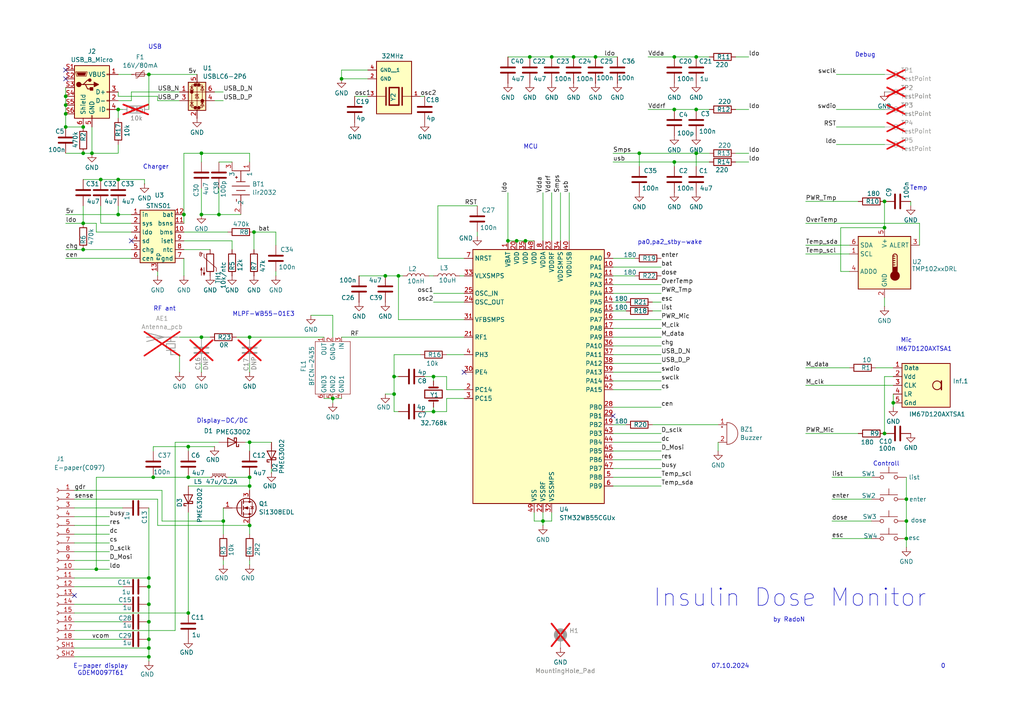
<source format=kicad_sch>
(kicad_sch (version 20231120) (generator "eeschema") (generator_version "8.0")
  (paper "A4")
  (bus_alias "" (members))
  (junction (at 195.58 46.99))
  (junction (at 43.18 175.26))
  (junction (at 201.93 44.45))
  (junction (at 166.37 16.51))
  (junction (at 63.5 62.23))
  (junction (at 152.4 69.85))
  (junction (at 54.61 177.8))
  (junction (at 157.48 151.13))
  (junction (at 64.77 151.13))
  (junction (at 43.18 21.59))
  (junction (at 43.18 190.5))
  (junction (at 27.94 165.1))
  (junction (at 185.42 44.45))
  (junction (at 160.02 16.51))
  (junction (at 24.13 44.45))
  (junction (at 19.05 33.02))
  (junction (at 114.3 109.22))
  (junction (at 73.66 67.31))
  (junction (at 172.72 16.51))
  (junction (at 114.3 114.3))
  (junction (at 125.73 119.38))
  (junction (at 29.21 52.07))
  (junction (at 44.45 138.43))
  (junction (at 195.58 16.51))
  (junction (at 19.05 30.48))
  (junction (at 256.54 66.04))
  (junction (at 34.29 31.75))
  (junction (at 147.32 69.85))
  (junction (at 201.93 31.75))
  (junction (at 24.13 64.77))
  (junction (at 58.42 44.45))
  (junction (at 34.29 52.07))
  (junction (at 53.34 62.23))
  (junction (at 259.08 116.84))
  (junction (at 201.93 16.51))
  (junction (at 24.13 36.83))
  (junction (at 19.05 36.83))
  (junction (at 34.29 62.23))
  (junction (at 43.18 167.64))
  (junction (at 72.39 97.79))
  (junction (at 19.05 27.94))
  (junction (at 43.18 170.18))
  (junction (at 72.39 152.4))
  (junction (at 72.39 128.27))
  (junction (at 256.54 58.42))
  (junction (at 43.18 185.42))
  (junction (at 43.18 180.34))
  (junction (at 54.61 129.54))
  (junction (at 72.39 140.97))
  (junction (at 72.39 138.43))
  (junction (at 195.58 31.75))
  (junction (at 149.86 69.85))
  (junction (at 153.67 16.51))
  (junction (at 54.61 138.43))
  (junction (at 256.54 125.73))
  (junction (at 262.89 156.21))
  (junction (at 96.52 115.57))
  (junction (at 262.89 144.78))
  (junction (at 43.18 187.96))
  (junction (at 111.76 80.01))
  (junction (at 58.42 62.23))
  (junction (at 99.06 22.86))
  (junction (at 125.73 109.22))
  (junction (at 24.13 72.39))
  (junction (at 262.89 151.13))
  (junction (at 115.57 80.01))
  (junction (at 26.67 44.45))
  (junction (at 58.42 97.79))
  (no_connect (at 19.05 22.86))
  (no_connect (at 177.8 120.65))
  (no_connect (at 38.1 69.85))
  (no_connect (at 134.62 107.95))
  (no_connect (at 19.05 20.32))
  (no_connect (at 21.59 172.72))
  (wire (pts (xy 43.18 187.96) (xy 43.18 190.5)))
  (wire (pts (xy 125.73 87.63) (xy 134.62 87.63)))
  (wire (pts (xy 187.96 31.75) (xy 195.58 31.75)))
  (wire (pts (xy 149.86 69.85) (xy 152.4 69.85)))
  (wire (pts (xy 72.39 44.45) (xy 72.39 46.99)))
  (wire (pts (xy 114.3 119.38) (xy 114.3 114.3)))
  (wire (pts (xy 34.29 29.21) (xy 38.1 29.21)))
  (wire (pts (xy 177.8 125.73) (xy 191.77 125.73)))
  (wire (pts (xy 166.37 16.51) (xy 172.72 16.51)))
  (wire (pts (xy 78.74 137.16) (xy 78.74 135.89)))
  (wire (pts (xy 68.58 97.79) (xy 72.39 97.79)))
  (wire (pts (xy 72.39 128.27) (xy 72.39 130.81)))
  (wire (pts (xy 121.92 27.94) (xy 123.19 27.94)))
  (wire (pts (xy 19.05 33.02) (xy 19.05 36.83)))
  (wire (pts (xy 256.54 109.22) (xy 256.54 125.73)))
  (wire (pts (xy 24.13 44.45) (xy 26.67 44.45)))
  (wire (pts (xy 67.31 69.85) (xy 67.31 72.39)))
  (wire (pts (xy 138.43 68.58) (xy 138.43 67.31)))
  (wire (pts (xy 233.68 58.42) (xy 248.92 58.42)))
  (wire (pts (xy 21.59 167.64) (xy 43.18 167.64)))
  (wire (pts (xy 147.32 16.51) (xy 153.67 16.51)))
  (wire (pts (xy 133.35 80.01) (xy 134.62 80.01)))
  (wire (pts (xy 34.29 31.75) (xy 34.29 34.29)))
  (wire (pts (xy 34.29 62.23) (xy 38.1 62.23)))
  (wire (pts (xy 50.8 128.27) (xy 63.5 128.27)))
  (wire (pts (xy 64.77 162.56) (xy 64.77 163.83)))
  (wire (pts (xy 241.3 151.13) (xy 252.73 151.13)))
  (wire (pts (xy 114.3 119.38) (xy 115.57 119.38)))
  (wire (pts (xy 62.23 29.21) (xy 64.77 29.21)))
  (wire (pts (xy 44.45 130.81) (xy 44.45 129.54)))
  (wire (pts (xy 34.29 27.94) (xy 34.29 26.67)))
  (wire (pts (xy 43.18 21.59) (xy 57.15 21.59)))
  (wire (pts (xy 27.94 67.31) (xy 38.1 67.31)))
  (wire (pts (xy 177.8 133.35) (xy 191.77 133.35)))
  (wire (pts (xy 195.58 46.99) (xy 195.58 48.26)))
  (wire (pts (xy 262.89 151.13) (xy 262.89 156.21)))
  (wire (pts (xy 24.13 52.07) (xy 29.21 52.07)))
  (wire (pts (xy 191.77 95.25) (xy 177.8 95.25)))
  (wire (pts (xy 99.06 20.32) (xy 106.68 20.32)))
  (wire (pts (xy 177.8 107.95) (xy 191.77 107.95)))
  (wire (pts (xy 19.05 44.45) (xy 24.13 44.45)))
  (wire (pts (xy 53.34 67.31) (xy 66.04 67.31)))
  (wire (pts (xy 217.17 46.99) (xy 213.36 46.99)))
  (wire (pts (xy 21.59 182.88) (xy 50.8 182.88)))
  (wire (pts (xy 21.59 147.32) (xy 35.56 147.32)))
  (wire (pts (xy 50.8 182.88) (xy 50.8 128.27)))
  (wire (pts (xy 43.18 21.59) (xy 43.18 31.75)))
  (wire (pts (xy 157.48 148.59) (xy 157.48 151.13)))
  (wire (pts (xy 21.59 144.78) (xy 45.72 144.78)))
  (wire (pts (xy 72.39 97.79) (xy 93.98 97.79)))
  (wire (pts (xy 242.57 36.83) (xy 256.54 36.83)))
  (wire (pts (xy 201.93 31.75) (xy 205.74 31.75)))
  (wire (pts (xy 129.54 113.03) (xy 129.54 109.22)))
  (wire (pts (xy 21.59 160.02) (xy 31.75 160.02)))
  (wire (pts (xy 177.8 90.17) (xy 181.61 90.17)))
  (wire (pts (xy 195.58 46.99) (xy 205.74 46.99)))
  (wire (pts (xy 38.1 26.67) (xy 52.07 26.67)))
  (wire (pts (xy 157.48 151.13) (xy 160.02 151.13)))
  (wire (pts (xy 54.61 130.81) (xy 54.61 129.54)))
  (wire (pts (xy 19.05 72.39) (xy 24.13 72.39)))
  (wire (pts (xy 96.52 115.57) (xy 99.06 115.57)))
  (wire (pts (xy 58.42 97.79) (xy 60.96 97.79)))
  (wire (pts (xy 19.05 64.77) (xy 24.13 64.77)))
  (wire (pts (xy 259.08 114.3) (xy 259.08 116.84)))
  (wire (pts (xy 241.3 138.43) (xy 252.73 138.43)))
  (wire (pts (xy 160.02 69.85) (xy 160.02 55.88)))
  (wire (pts (xy 134.62 113.03) (xy 129.54 113.03)))
  (wire (pts (xy 127 59.69) (xy 138.43 59.69)))
  (wire (pts (xy 233.68 111.76) (xy 259.08 111.76)))
  (wire (pts (xy 73.66 67.31) (xy 73.66 72.39)))
  (wire (pts (xy 53.34 69.85) (xy 67.31 69.85)))
  (wire (pts (xy 104.14 80.01) (xy 111.76 80.01)))
  (wire (pts (xy 233.68 125.73) (xy 248.92 125.73)))
  (wire (pts (xy 201.93 44.45) (xy 201.93 48.26)))
  (wire (pts (xy 160.02 151.13) (xy 160.02 148.59)))
  (wire (pts (xy 43.18 175.26) (xy 43.18 180.34)))
  (wire (pts (xy 53.34 62.23) (xy 53.34 64.77)))
  (wire (pts (xy 256.54 58.42) (xy 256.54 66.04)))
  (wire (pts (xy 52.07 97.79) (xy 58.42 97.79)))
  (wire (pts (xy 72.39 138.43) (xy 72.39 140.97)))
  (wire (pts (xy 177.8 77.47) (xy 191.77 77.47)))
  (wire (pts (xy 45.72 29.21) (xy 45.72 27.94)))
  (wire (pts (xy 54.61 177.8) (xy 54.61 148.59)))
  (wire (pts (xy 21.59 177.8) (xy 54.61 177.8)))
  (wire (pts (xy 99.06 97.79) (xy 134.62 97.79)))
  (wire (pts (xy 21.59 175.26) (xy 35.56 175.26)))
  (wire (pts (xy 162.56 69.85) (xy 162.56 55.88)))
  (wire (pts (xy 177.8 123.19) (xy 181.61 123.19)))
  (wire (pts (xy 134.62 115.57) (xy 129.54 115.57)))
  (wire (pts (xy 45.72 27.94) (xy 34.29 27.94)))
  (wire (pts (xy 116.84 80.01) (xy 115.57 80.01)))
  (wire (pts (xy 53.34 74.93) (xy 53.34 80.01)))
  (wire (pts (xy 129.54 115.57) (xy 129.54 119.38)))
  (wire (pts (xy 177.8 85.09) (xy 191.77 85.09)))
  (wire (pts (xy 54.61 129.54) (xy 62.23 129.54)))
  (wire (pts (xy 259.08 116.84) (xy 259.08 118.11)))
  (wire (pts (xy 114.3 109.22) (xy 115.57 109.22)))
  (wire (pts (xy 147.32 69.85) (xy 149.86 69.85)))
  (wire (pts (xy 154.94 151.13) (xy 157.48 151.13)))
  (wire (pts (xy 153.67 16.51) (xy 160.02 16.51)))
  (wire (pts (xy 43.18 170.18) (xy 43.18 175.26)))
  (wire (pts (xy 58.42 62.23) (xy 63.5 62.23)))
  (wire (pts (xy 243.84 66.04) (xy 256.54 66.04)))
  (wire (pts (xy 157.48 69.85) (xy 157.48 55.88)))
  (wire (pts (xy 177.8 110.49) (xy 191.77 110.49)))
  (wire (pts (xy 114.3 114.3) (xy 111.76 114.3)))
  (wire (pts (xy 241.3 156.21) (xy 252.73 156.21)))
  (wire (pts (xy 26.67 44.45) (xy 34.29 44.45)))
  (wire (pts (xy 177.8 105.41) (xy 191.77 105.41)))
  (wire (pts (xy 243.84 78.74) (xy 243.84 66.04)))
  (wire (pts (xy 177.8 97.79) (xy 191.77 97.79)))
  (wire (pts (xy 58.42 107.95) (xy 58.42 105.41)))
  (wire (pts (xy 72.39 152.4) (xy 45.72 152.4)))
  (wire (pts (xy 121.92 102.87) (xy 114.3 102.87)))
  (wire (pts (xy 177.8 74.93) (xy 184.15 74.93)))
  (wire (pts (xy 185.42 44.45) (xy 201.93 44.45)))
  (wire (pts (xy 63.5 54.61) (xy 63.5 62.23)))
  (wire (pts (xy 46.99 142.24) (xy 46.99 151.13)))
  (wire (pts (xy 233.68 64.77) (xy 266.7 64.77)))
  (wire (pts (xy 21.59 187.96) (xy 43.18 187.96)))
  (wire (pts (xy 177.8 138.43) (xy 191.77 138.43)))
  (wire (pts (xy 29.21 52.07) (xy 34.29 52.07)))
  (wire (pts (xy 217.17 44.45) (xy 213.36 44.45)))
  (wire (pts (xy 201.93 16.51) (xy 205.74 16.51)))
  (wire (pts (xy 19.05 25.4) (xy 19.05 27.94)))
  (wire (pts (xy 99.06 22.86) (xy 99.06 20.32)))
  (wire (pts (xy 125.73 119.38) (xy 123.19 119.38)))
  (wire (pts (xy 29.21 64.77) (xy 29.21 59.69)))
  (wire (pts (xy 129.54 109.22) (xy 125.73 109.22)))
  (wire (pts (xy 35.56 31.75) (xy 34.29 31.75)))
  (wire (pts (xy 264.16 58.42) (xy 264.16 59.69)))
  (wire (pts (xy 73.66 67.31) (xy 80.01 67.31)))
  (wire (pts (xy 62.23 26.67) (xy 64.77 26.67)))
  (wire (pts (xy 21.59 142.24) (xy 46.99 142.24)))
  (wire (pts (xy 134.62 102.87) (xy 129.54 102.87)))
  (wire (pts (xy 64.77 151.13) (xy 64.77 154.94)))
  (wire (pts (xy 262.89 138.43) (xy 262.89 144.78)))
  (wire (pts (xy 233.68 106.68) (xy 246.38 106.68)))
  (wire (pts (xy 111.76 80.01) (xy 115.57 80.01)))
  (wire (pts (xy 34.29 21.59) (xy 38.1 21.59)))
  (wire (pts (xy 21.59 157.48) (xy 31.75 157.48)))
  (wire (pts (xy 160.02 16.51) (xy 166.37 16.51)))
  (wire (pts (xy 34.29 44.45) (xy 34.29 41.91)))
  (wire (pts (xy 66.04 138.43) (xy 72.39 138.43)))
  (wire (pts (xy 63.5 46.99) (xy 67.31 46.99)))
  (wire (pts (xy 177.8 118.11) (xy 191.77 118.11)))
  (wire (pts (xy 38.1 64.77) (xy 29.21 64.77)))
  (wire (pts (xy 189.23 90.17) (xy 191.77 90.17)))
  (wire (pts (xy 52.07 102.87) (xy 52.07 107.95)))
  (wire (pts (xy 34.29 52.07) (xy 41.91 52.07)))
  (wire (pts (xy 129.54 119.38) (xy 125.73 119.38)))
  (wire (pts (xy 208.28 128.27) (xy 208.28 130.81)))
  (wire (pts (xy 256.54 31.75) (xy 242.57 31.75)))
  (wire (pts (xy 124.46 80.01) (xy 125.73 80.01)))
  (wire (pts (xy 80.01 67.31) (xy 80.01 71.12)))
  (wire (pts (xy 217.17 16.51) (xy 213.36 16.51)))
  (wire (pts (xy 58.42 54.61) (xy 58.42 62.23)))
  (wire (pts (xy 19.05 30.48) (xy 19.05 33.02)))
  (wire (pts (xy 177.8 87.63) (xy 181.61 87.63)))
  (wire (pts (xy 233.68 73.66) (xy 246.38 73.66)))
  (wire (pts (xy 125.73 109.22) (xy 125.73 110.49)))
  (wire (pts (xy 114.3 102.87) (xy 114.3 109.22)))
  (wire (pts (xy 45.72 78.74) (xy 45.72 80.01)))
  (wire (pts (xy 53.34 72.39) (xy 60.96 72.39)))
  (wire (pts (xy 58.42 44.45) (xy 72.39 44.45)))
  (wire (pts (xy 177.8 140.97) (xy 191.77 140.97)))
  (wire (pts (xy 177.8 44.45) (xy 185.42 44.45)))
  (wire (pts (xy 115.57 92.71) (xy 115.57 80.01)))
  (wire (pts (xy 96.52 91.44) (xy 96.52 97.79)))
  (wire (pts (xy 80.01 78.74) (xy 80.01 80.01)))
  (wire (pts (xy 21.59 149.86) (xy 31.75 149.86)))
  (wire (pts (xy 172.72 16.51) (xy 179.07 16.51)))
  (wire (pts (xy 72.39 105.41) (xy 72.39 107.95)))
  (wire (pts (xy 21.59 162.56) (xy 31.75 162.56)))
  (wire (pts (xy 53.34 44.45) (xy 58.42 44.45)))
  (wire (pts (xy 177.8 128.27) (xy 191.77 128.27)))
  (wire (pts (xy 54.61 140.97) (xy 72.39 140.97)))
  (wire (pts (xy 69.85 62.23) (xy 63.5 62.23)))
  (wire (pts (xy 27.94 64.77) (xy 27.94 67.31)))
  (wire (pts (xy 43.18 190.5) (xy 43.18 191.77)))
  (wire (pts (xy 152.4 69.85) (xy 154.94 69.85)))
  (wire (pts (xy 233.68 71.12) (xy 246.38 71.12)))
  (wire (pts (xy 21.59 185.42) (xy 35.56 185.42)))
  (wire (pts (xy 256.54 86.36) (xy 256.54 88.9)))
  (wire (pts (xy 41.91 52.07) (xy 41.91 53.34)))
  (wire (pts (xy 58.42 44.45) (xy 58.42 46.99)))
  (wire (pts (xy 21.59 152.4) (xy 31.75 152.4)))
  (wire (pts (xy 99.06 22.86) (xy 106.68 22.86)))
  (wire (pts (xy 19.05 74.93) (xy 38.1 74.93)))
  (wire (pts (xy 262.89 158.75) (xy 262.89 156.21)))
  (wire (pts (xy 256.54 109.22) (xy 259.08 109.22)))
  (wire (pts (xy 195.58 16.51) (xy 201.93 16.51)))
  (wire (pts (xy 123.19 109.22) (xy 125.73 109.22)))
  (wire (pts (xy 254 106.68) (xy 259.08 106.68)))
  (wire (pts (xy 43.18 185.42) (xy 43.18 187.96)))
  (wire (pts (xy 21.59 165.1) (xy 27.94 165.1)))
  (wire (pts (xy 93.98 115.57) (xy 96.52 115.57)))
  (wire (pts (xy 154.94 148.59) (xy 154.94 151.13)))
  (wire (pts (xy 24.13 59.69) (xy 24.13 64.77)))
  (wire (pts (xy 134.62 74.93) (xy 127 74.93)))
  (wire (pts (xy 217.17 31.75) (xy 213.36 31.75)))
  (wire (pts (xy 177.8 82.55) (xy 191.77 82.55)))
  (wire (pts (xy 127 74.93) (xy 127 59.69)))
  (wire (pts (xy 201.93 44.45) (xy 205.74 44.45)))
  (wire (pts (xy 177.8 130.81) (xy 191.77 130.81)))
  (wire (pts (xy 177.8 80.01) (xy 184.15 80.01)))
  (wire (pts (xy 266.7 71.12) (xy 266.7 64.77)))
  (wire (pts (xy 52.07 29.21) (xy 45.72 29.21)))
  (wire (pts (xy 191.77 92.71) (xy 177.8 92.71)))
  (wire (pts (xy 72.39 128.27) (xy 78.74 128.27)))
  (wire (pts (xy 157.48 151.13) (xy 157.48 152.4)))
  (wire (pts (xy 177.8 102.87) (xy 191.77 102.87)))
  (wire (pts (xy 195.58 31.75) (xy 201.93 31.75)))
  (wire (pts (xy 256.54 21.59) (xy 242.57 21.59)))
  (wire (pts (xy 147.32 69.85) (xy 147.32 55.88)))
  (wire (pts (xy 64.77 147.32) (xy 64.77 151.13)))
  (wire (pts (xy 177.8 46.99) (xy 195.58 46.99)))
  (wire (pts (xy 187.96 16.51) (xy 195.58 16.51)))
  (wire (pts (xy 189.23 123.19) (xy 208.28 123.19)))
  (wire (pts (xy 53.34 62.23) (xy 53.34 44.45)))
  (wire (pts (xy 43.18 180.34) (xy 43.18 185.42)))
  (wire (pts (xy 45.72 152.4) (xy 45.72 144.78)))
  (wire (pts (xy 177.8 135.89) (xy 191.77 135.89)))
  (wire (pts (xy 43.18 167.64) (xy 43.18 170.18)))
  (wire (pts (xy 72.39 140.97) (xy 72.39 142.24)))
  (wire (pts (xy 19.05 27.94) (xy 19.05 30.48)))
  (wire (pts (xy 34.29 59.69) (xy 34.29 62.23)))
  (wire (pts (xy 242.57 41.91) (xy 256.54 41.91)))
  (wire (pts (xy 27.94 165.1) (xy 31.75 165.1)))
  (wire (pts (xy 19.05 36.83) (xy 24.13 36.83)))
  (wire (pts (xy 72.39 154.94) (xy 72.39 152.4)))
  (wire (pts (xy 24.13 72.39) (xy 38.1 72.39)))
  (wire (pts (xy 21.59 154.94) (xy 31.75 154.94)))
  (wire (pts (xy 90.17 91.44) (xy 96.52 91.44)))
  (wire (pts (xy 102.87 27.94) (xy 106.68 27.94)))
  (wire (pts (xy 125.73 85.09) (xy 134.62 85.09)))
  (wire (pts (xy 26.67 36.83) (xy 26.67 44.45)))
  (wire (pts (xy 44.45 138.43) (xy 54.61 138.43)))
  (wire (pts (xy 185.42 48.26) (xy 185.42 44.45)))
  (wire (pts (xy 21.59 190.5) (xy 43.18 190.5)))
  (wire (pts (xy 21.59 180.34) (xy 35.56 180.34)))
  (wire (pts (xy 54.61 138.43) (xy 60.96 138.43)))
  (wire (pts (xy 177.8 100.33) (xy 191.77 100.33)))
  (wire (pts (xy 38.1 29.21) (xy 38.1 26.67)))
  (wire (pts (xy 19.05 62.23) (xy 34.29 62.23)))
  (wire (pts (xy 44.45 129.54) (xy 54.61 129.54)))
  (wire (pts (xy 71.12 128.27) (xy 72.39 128.27)))
  (wire (pts (xy 134.62 92.71) (xy 115.57 92.71)))
  (wire (pts (xy 72.39 162.56) (xy 72.39 163.83)))
  (wire (pts (xy 21.59 170.18) (xy 35.56 170.18)))
  (wire (pts (xy 243.84 78.74) (xy 246.38 78.74)))
  (wire (pts (xy 262.89 144.78) (xy 262.89 151.13)))
  (wire (pts (xy 24.13 64.77) (xy 27.94 64.77)))
  (wire (pts (xy 189.23 87.63) (xy 191.77 87.63)))
  (wire (pts (xy 46.99 151.13) (xy 64.77 151.13)))
  (wire (pts (xy 96.52 116.84) (xy 96.52 115.57)))
  (wire (pts (xy 241.3 144.78) (xy 252.73 144.78)))
  (wire (pts (xy 165.1 69.85) (xy 165.1 55.88)))
  (wire (pts (xy 125.73 118.11) (xy 125.73 119.38)))
  (wire (pts (xy 114.3 114.3) (xy 114.3 109.22)))
  (wire (pts (xy 27.94 138.43) (xy 44.45 138.43)))
  (wire (pts (xy 177.8 113.03) (xy 191.77 113.03)))
  (wire (pts (xy 43.18 147.32) (xy 43.18 167.64)))
  (wire (pts (xy 27.94 165.1) (xy 27.94 138.43)))
  (text "Insulin Dose Monitor\n" (at 229.108 173.482 0) (effects (font (size 5.08 5.08))))
  (text "USB" (at 44.958 13.716 0) (effects (font (size 1.27 1.27))))
  (text "Mic" (at 262.89 98.806 0) (effects (font (size 1.27 1.27))))
  (text "0" (at 273.558 193.294 0) (effects (font (size 1.27 1.27))))
  (text "Temp" (at 266.446 54.61 0) (effects (font (size 1.27 1.27))))
  (text "pa0,pa2_stby-wake\n" (at 194.31 70.358 0) (effects (font (size 1.27 1.27))))
  (text "RF ant" (at 47.752 89.662 0) (effects (font (size 1.27 1.27))))
  (text "Controll" (at 257.048 134.62 0) (effects (font (size 1.27 1.27))))
  (text "IM67D120AXTSA1" (at 267.97 101.346 0) (effects (font (size 1.27 1.27))))
  (text "07.10.2024" (at 211.836 193.294 0) (effects (font (size 1.27 1.27))))
  (text "Display-DC/DC" (at 64.516 122.174 0) (effects (font (size 1.27 1.27))))
  (text "E-paper display\nGDEM0097T61" (at 29.21 194.31 0) (effects (font (size 1.27 1.27))))
  (text "Debug" (at 250.952 16.002 0) (effects (font (size 1.27 1.27))))
  (text "Charger" (at 45.212 48.514 0) (effects (font (size 1.27 1.27))))
  (text "by RadoN" (at 228.854 179.832 0) (effects (font (size 1.27 1.27))))
  (text "MCU" (at 153.924 42.672 0) (effects (font (size 1.27 1.27))))
  (text "\nMLPF-WB55-01E3" (at 76.454 90.17 0) (effects (font (size 1.27 1.27))))
  (label "Vddrf" (at 160.02 55.88 90))
  (label "ldo" (at 242.57 41.91 180))
  (label "usb" (at 177.8 46.99 0))
  (label "dc" (at 31.75 154.94 0))
  (label "D_Mosi" (at 31.75 162.56 0))
  (label "PWR_Mic" (at 233.68 125.73 0))
  (label "OverTemp" (at 233.68 64.77 0))
  (label "cs" (at 31.75 157.48 0))
  (label "ldo" (at 217.17 44.45 0))
  (label "D_sclk" (at 31.75 160.02 0))
  (label "5v" (at 54.61 21.59 0))
  (label "M_clk" (at 191.77 95.25 0))
  (label "5v" (at 19.05 62.23 0))
  (label "USB_D_N" (at 64.77 26.67 0))
  (label "enter" (at 191.77 74.93 0))
  (label "RF" (at 101.6 97.79 0))
  (label "bat" (at 74.93 67.31 0))
  (label "vcom" (at 26.67 185.42 0))
  (label "M_data" (at 191.77 97.79 0))
  (label "ldo" (at 217.17 46.99 0))
  (label "esc" (at 241.3 156.21 0))
  (label "D_Mosi" (at 191.77 130.81 0))
  (label "enter" (at 241.3 144.78 0))
  (label "USB_D_P" (at 64.77 29.21 0))
  (label "USB_N" (at 45.72 26.67 0))
  (label "sense" (at 21.59 144.78 0))
  (label "ldo" (at 217.17 16.51 0))
  (label "res" (at 191.77 133.35 0))
  (label "PWR_Mic" (at 191.77 92.71 0))
  (label "swdio" (at 191.77 107.95 0))
  (label "esc" (at 191.77 87.63 0))
  (label "swclk" (at 191.77 110.49 0))
  (label "Temp_sda" (at 191.77 140.97 0))
  (label "busy" (at 31.75 149.86 0))
  (label "ldo" (at 175.26 16.51 0))
  (label "Smps" (at 162.56 55.88 90))
  (label "dose" (at 191.77 80.01 0))
  (label "list" (at 241.3 138.43 0))
  (label "bat" (at 191.77 77.47 0))
  (label "RST" (at 138.43 59.69 180))
  (label "Vddrf" (at 187.96 31.75 0))
  (label "M_clk" (at 233.68 111.76 0))
  (label "ldo" (at 217.17 31.75 0))
  (label "cen" (at 19.05 74.93 0))
  (label "osc2" (at 125.73 87.63 180))
  (label "ldo" (at 31.75 165.1 0))
  (label "osc2" (at 121.92 27.94 0))
  (label "USB_D_N" (at 191.77 102.87 0))
  (label "OverTemp" (at 191.77 82.55 0))
  (label "list" (at 191.77 90.17 0))
  (label "chg" (at 19.05 72.39 0))
  (label "ldo" (at 19.05 64.77 0))
  (label "usb" (at 165.1 55.88 90))
  (label "osc1" (at 125.73 85.09 180))
  (label "swclk" (at 242.57 21.59 180))
  (label "osc1" (at 102.87 27.94 0))
  (label "cen" (at 191.77 118.11 0))
  (label "Vdda" (at 157.48 55.88 90))
  (label "chg" (at 191.77 100.33 0))
  (label "gdr" (at 21.59 142.24 0))
  (label "RST" (at 242.57 36.83 180))
  (label "Smps" (at 177.8 44.45 0))
  (label "swdio" (at 242.57 31.75 180))
  (label "Temp_scl" (at 233.68 73.66 0))
  (label "Vdda" (at 187.96 16.51 0))
  (label "PWR_Tmp" (at 233.68 58.42 0))
  (label "Temp_sda" (at 233.68 71.12 0))
  (label "dose" (at 241.3 151.13 0))
  (label "M_data" (at 233.68 106.68 0))
  (label "D_sclk" (at 191.77 125.73 0))
  (label "Temp_scl" (at 191.77 138.43 0))
  (label "PWR_Tmp" (at 191.77 85.09 0))
  (label "cs" (at 191.77 113.03 0))
  (label "dc" (at 191.77 128.27 0))
  (label "USB_P" (at 45.72 29.21 0))
  (label "USB_D_P" (at 191.77 105.41 0))
  (label "busy" (at 191.77 135.89 0))
  (label "ldo" (at 147.32 55.88 90))
  (label "res" (at 31.75 152.4 0))
  (symbol (lib_id "Device:C") (at 201.93 20.32 0) (unit 1)
    (property "Reference" "C21" (at 202.692 17.78 0) (effects (justify left)))
    (property "Value" "1u" (at 202.946 22.86 0) (effects (justify left)))
    (property "Footprint" "Capacitor_SMD:C_0402_1005Metric" (effects (hide yes)))
    (property "Manufacturer" "Samsung" (effects (hide yes)))
    (property "Mfpn" " CL05A105KO5NNNC" (effects (hide yes)))
    (property "Price" "0.2" (effects (hide yes)))
  )
  (symbol (lib_id "Device:C") (at 72.39 134.62 0) (unit 1)
    (property "Reference" "C12" (at 73.152 132.08 0) (effects (justify left)))
    (property "Value" "4u7" (at 73.406 137.16 0) (effects (justify left)))
    (property "Footprint" "Capacitor_SMD:C_0603_1608Metric" (effects (hide yes)))
    (property "Manufacturer" "Samsung" (effects (hide yes)))
    (property "Mfpn" "CL10A475KP8NNNL" (effects (hide yes)))
    (property "Price" "0.019" (effects (hide yes)))
  )
  (symbol (lib_id "power:GND") (at 64.77 163.83 0) (unit 1)
    (property "Reference" "#PWR030" (effects (hide yes)))
    (property "Value" "GND" (at 62.23 167.64 0) (effects (justify left)))
    (property "Description" "Power symbol creates a global label with name \"GND\" , ground" (effects (hide yes)))
  )
  (symbol (lib_id "Device:R") (at 209.55 16.51 90) (unit 1)
    (property "Reference" "R11" (at 211.836 16.51 90) (effects (justify left)))
    (property "Value" "220" (at 211.328 18.796 90) (effects (justify left)))
    (property "Footprint" "Resistor_SMD:R_0402_1005Metric" (effects (hide yes)))
    (property "Description" "Resistor" (effects (hide yes)))
    (property "Manufacturer" "Murata" (effects (hide yes)))
    (property "Mfpn" "BLM15AG221SN1D" (effects (hide yes)))
    (property "Price" "0.022" (effects (hide yes)))
  )
  (symbol (lib_id "Device:R") (at 72.39 158.75 0) (unit 1)
    (property "Reference" "R4" (at 72.39 161.036 90) (effects (justify left)))
    (property "Value" "2R2" (at 74.676 161.29 90) (effects (justify left)))
    (property "Footprint" "Resistor_SMD:R_0402_1005Metric" (effects (hide yes)))
    (property "Description" "Resistor" (effects (hide yes)))
    (property "Manufacturer" "Yageo" (effects (hide yes)))
    (property "Mfpn" " RC0402FR-072R2L" (effects (hide yes)))
    (property "Price" "0.012" (effects (hide yes)))
  )
  (symbol (lib_id "Device:C") (at 195.58 52.07 0) (unit 1)
    (property "Reference" "C2" (at 196.85 49.53 0) (effects (justify left)))
    (property "Value" "100n" (at 196.342 54.61 0) (effects (justify left)))
    (property "Footprint" "Capacitor_SMD:C_0402_1005Metric" (effects (hide yes)))
    (property "Manufacturer" "Tayo Yuden" (effects (hide yes)))
    (property "Mfpn" "MLASE105SB7104KFNA01" (effects (hide yes)))
    (property "Price" "0.013" (effects (hide yes)))
  )
  (symbol (lib_id "Device:R") (at 250.19 106.68 90) (unit 1)
    (property "Reference" "R1" (at 252.476 106.68 90) (effects (justify left)))
    (property "Value" "10" (at 252.73 104.394 90) (effects (justify left)))
    (property "Footprint" "Resistor_SMD:R_0402_1005Metric" (effects (hide yes)))
    (property "Description" "Resistor" (effects (hide yes)))
    (property "Manufacturer" "Bourns" (effects (hide yes)))
    (property "Mfpn" " CR0402-JW-100GLF" (effects (hide yes)))
    (property "Price" "0.001" (effects (hide yes)))
  )
  (symbol (lib_id "Device:Thermistor_NTC") (at 60.96 76.2 0) (unit 1)
    (property "Reference" "TH1" (at 63.246 82.296 90) (effects (justify left)))
    (property "Value" "10k/ntc" (at 64.77 83.82 90) (effects (justify left)))
    (property "Footprint" "Resistor_SMD:R_0402_1005Metric" (effects (hide yes)))
    (property "Description" "Temperature dependent resistor, negative temperature coefficient" (effects (hide yes)))
    (property "Manufacturer" "Mitsubishi" (effects (hide yes)))
    (property "Mfpn" "TH05-3H103F" (effects (hide yes)))
    (property "Price" "2.8" (effects (hide yes)))
  )
  (symbol (lib_id "power:GND") (at 78.74 137.16 0) (unit 1)
    (property "Reference" "#PWR028" (effects (hide yes)))
    (property "Value" "GND" (at 76.2 140.97 0) (effects (justify left)))
    (property "Description" "Power symbol creates a global label with name \"GND\" , ground" (effects (hide yes)))
  )
  (symbol (lib_id "Device:C") (at 172.72 20.32 0) (unit 1)
    (property "Reference" "C25" (at 173.99 17.78 0) (effects (justify left)))
    (property "Value" "100n" (at 172.974 22.606 0) (effects (justify left)))
    (property "Footprint" "Capacitor_SMD:C_0402_1005Metric" (effects (hide yes)))
    (property "Manufacturer" "Tayo Yuden" (effects (hide yes)))
    (property "Mfpn" "MLASE105SB7104KFNA01" (effects (hide yes)))
    (property "Price" "0.013" (effects (hide yes)))
  )
  (symbol (lib_id "Connector:Conn_01x18_Socket") (at 16.51 162.56 0) (mirror y) (unit 1)
    (property "Reference" "J1" (at 17.526 133.096 0))
    (property "Value" "E-paper(C097)" (at 23.114 135.636 0))
    (property "Footprint" "InsuDos:MOLEX_503480-1800" (effects (hide yes)))
    (property "Description" "Generic connector, single row, 01x18, script generated" (effects (hide yes)))
    (property "Manufacturer" "Molex" (effects (hide yes)))
    (property "Mfpn" " 5034801800" (effects (hide yes)))
    (property "Price" "1.6" (effects (hide yes)))
  )
  (symbol (lib_id "power:GND") (at 58.42 107.95 0) (unit 1)
    (property "Reference" "#PWR010" (effects (hide yes)))
    (property "Value" "GND" (at 58.42 112.0831 0))
    (property "Description" "Power symbol creates a global label with name \"GND\" , ground" (effects (hide yes)))
  )
  (symbol (lib_id "Device:R") (at 73.66 76.2 0) (unit 1)
    (property "Reference" "R7" (at 73.66 78.486 90) (effects (justify left)))
    (property "Value" "47k" (at 76.2 78.994 90) (effects (justify left)))
    (property "Footprint" "Resistor_SMD:R_0402_1005Metric" (effects (hide yes)))
    (property "Description" "Resistor" (effects (hide yes)))
    (property "Manufacturer" "Yageo" (effects (hide yes)))
    (property "Mfpn" " RC0402FR-1347KL" (effects (hide yes)))
    (property "Price" "0.007" (effects (hide yes)))
  )
  (symbol (lib_id "power:GND") (at 123.19 35.56 0) (unit 1)
    (property "Reference" "#PWR044" (effects (hide yes)))
    (property "Value" "GND" (at 123.19 39.6931 0))
    (property "Description" "Power symbol creates a global label with name \"GND\" , ground" (effects (hide yes)))
  )
  (symbol (lib_id "Device:R") (at 252.73 125.73 90) (unit 1)
    (property "Reference" "R9" (at 255.016 125.73 90) (effects (justify left)))
    (property "Value" "180" (at 253.492 128.27 90) (effects (justify left)))
    (property "Footprint" "Resistor_SMD:R_0402_1005Metric" (effects (hide yes)))
    (property "Description" "Resistor" (effects (hide yes)))
    (property "Manufacturer" "Bourns" (effects (hide yes)))
    (property "Mfpn" "CR0402-FX-1800GLF" (effects (hide yes)))
    (property "Price" "0.007" (effects (hide yes)))
  )
  (symbol (lib_id "power:GND") (at 73.66 80.01 0) (unit 1)
    (property "Reference" "#PWR039" (effects (hide yes)))
    (property "Value" "GND" (at 73.66 84.1431 0))
    (property "Description" "Power symbol creates a global label with name \"GND\" , ground" (effects (hide yes)))
  )
  (symbol (lib_id "Device:R") (at 67.31 76.2 0) (unit 1)
    (property "Reference" "R5" (at 67.31 78.486 90) (effects (justify left)))
    (property "Value" "12k" (at 69.596 78.74 90) (effects (justify left)))
    (property "Footprint" "Resistor_SMD:R_0402_1005Metric" (effects (hide yes)))
    (property "Description" "Resistor" (effects (hide yes)))
    (property "Manufacturer" "Bourns" (effects (hide yes)))
    (property "Mfpn" "CR0402-FX-1202GLF" (effects (hide yes)))
    (property "Price" "0.007" (effects (hide yes)))
  )
  (symbol (lib_id "Device:C") (at 44.45 134.62 0) (unit 1)
    (property "Reference" "C37" (at 45.72 132.08 0) (effects (justify left)))
    (property "Value" "100n" (at 44.45 136.906 0) (effects (justify left)))
    (property "Footprint" "Capacitor_SMD:C_0402_1005Metric" (effects (hide yes)))
    (property "Manufacturer" "Tayo Yuden" (effects (hide yes)))
    (property "Mfpn" "MLASE105SB7104KFNA01" (effects (hide yes)))
    (property "Price" "0.013" (effects (hide yes)))
  )
  (symbol (lib_id "Device:C") (at 80.01 74.93 0) (unit 1)
    (property "Reference" "C34" (at 81.28 72.39 0) (effects (justify left)))
    (property "Value" "100n" (at 80.772 77.47 0) (effects (justify left)))
    (property "Footprint" "Capacitor_SMD:C_0402_1005Metric" (effects (hide yes)))
    (property "Manufacturer" "Tayo Yuden" (effects (hide yes)))
    (property "Mfpn" "MLASE105SB7104KFNA01" (effects (hide yes)))
    (property "Price" "0.013" (effects (hide yes)))
  )
  (symbol (lib_id "power:GND") (at 201.93 39.37 0) (unit 1)
    (property "Reference" "#PWR011" (effects (hide yes)))
    (property "Value" "GND" (at 201.93 43.5031 0))
    (property "Description" "Power symbol creates a global label with name \"GND\" , ground" (effects (hide yes)))
  )
  (symbol (lib_id "power:GND") (at 256.54 26.67 0) (unit 1)
    (property "Reference" "#PWR06" (effects (hide yes)))
    (property "Value" "GND" (at 256.54 30.8031 0))
    (property "Description" "Power symbol creates a global label with name \"GND\" , ground" (effects (hide yes)))
  )
  (symbol (lib_id "power:GND") (at 111.76 87.63 0) (unit 1)
    (property "Reference" "#PWR049" (effects (hide yes)))
    (property "Value" "GND" (at 111.76 91.7631 0))
    (property "Description" "Power symbol creates a global label with name \"GND\" , ground" (effects (hide yes)))
  )
  (symbol (lib_id "Device:C") (at 29.21 55.88 0) (unit 1)
    (property "Reference" "C32" (at 29.972 53.34 0) (effects (justify left)))
    (property "Value" "4u7" (at 30.226 58.42 0) (effects (justify left)))
    (property "Footprint" "Capacitor_SMD:C_0603_1608Metric" (effects (hide yes)))
    (property "Manufacturer" "Samsung" (effects (hide yes)))
    (property "Mfpn" "CL10A475KP8NNNL" (effects (hide yes)))
    (property "Price" "0.019" (effects (hide yes)))
  )
  (symbol (lib_id "power:GND") (at 208.28 130.81 0) (unit 1)
    (property "Reference" "#PWR047" (effects (hide yes)))
    (property "Value" "GND" (at 208.28 134.9431 0))
    (property "Description" "Power symbol creates a global label with name \"GND\" , ground" (effects (hide yes)))
  )
  (symbol (lib_id "Device:R") (at 209.55 31.75 90) (unit 1)
    (property "Reference" "R12" (at 211.836 31.75 90) (effects (justify left)))
    (property "Value" "220" (at 212.09 29.464 90) (effects (justify left)))
    (property "Footprint" "Resistor_SMD:R_0402_1005Metric" (effects (hide yes)))
    (property "Description" "Resistor" (effects (hide yes)))
    (property "Manufacturer" "Murata" (effects (hide yes)))
    (property "Mfpn" "BLM15AG221SN1D" (effects (hide yes)))
    (property "Price" "0.022" (effects (hide yes)))
  )
  (symbol (lib_id "power:GND") (at 58.42 62.23 0) (unit 1)
    (property "Reference" "#PWR027" (effects (hide yes)))
    (property "Value" "GND" (at 58.42 66.3631 0))
    (property "Description" "Power symbol creates a global label with name \"GND\" , ground" (effects (hide yes)))
  )
  (symbol (lib_id "Connector:TestPoint") (at 256.54 21.59 270) (unit 1) (dnp yes)
    (property "Reference" "TP1" (at 261.239 20.3778 90) (effects (justify left)))
    (property "Value" "TestPoint" (at 261.239 22.8021 90) (effects (justify left)))
    (property "Footprint" "TestPoint:TestPoint_Pad_1.0x1.0mm" (effects (hide yes)))
    (property "Description" "test point" (effects (hide yes)))
  )
  (symbol (lib_id "Device:Buzzer") (at 210.82 125.73 0) (unit 1)
    (property "Reference" "BZ1" (at 214.6162 124.5178 0) (effects (justify left)))
    (property "Value" "Buzzer" (at 214.6162 126.9421 0) (effects (justify left)))
    (property "Footprint" "Buzzer_Beeper:Buzzer_CUI_CPT-9019S-SMT" (effects (hide yes)))
    (property "Description" "Buzzer, polarized" (effects (hide yes)))
    (property "Manufacturer" "CUI" (effects (hide yes)))
    (property "Mfpn" "CPT-9019S-SMT" (effects (hide yes)))
    (property "Price" "1.1" (effects (hide yes)))
  )
  (symbol (lib_id "power:GND") (at 264.16 59.69 0) (unit 1)
    (property "Reference" "#PWR05" (effects (hide yes)))
    (property "Value" "GND" (at 264.16 63.8231 0))
    (property "Description" "Power symbol creates a global label with name \"GND\" , ground" (effects (hide yes)))
  )
  (symbol (lib_id "power:GND") (at 157.48 152.4 0) (unit 1)
    (property "Reference" "#PWR09" (effects (hide yes)))
    (property "Value" "GND" (at 157.48 156.5331 0))
    (property "Description" "Power symbol creates a global label with name \"GND\" , ground" (effects (hide yes)))
  )
  (symbol (lib_id "insuDos:MLPF-WB55-01E3") (at 93.98 97.79 90) (mirror x) (unit 1)
    (property "Reference" "FL1" (at 87.9997 106.172 0))
    (property "Value" "BFCN-2435" (at 90.424 106.172 0))
    (property "Footprint" "InsuDos:St_filter" (effects (hide yes)))
    (property "Datasheet" "MLPF-WB55-01E3" (effects (hide yes)))
    (property "Description" "2340-2530MHz 50 Ohm Passive Band Pass Filter, FV1206" (effects (hide yes)))
    (property "Manufacturer" "ST" (effects (hide yes)))
    (property "Mfpn" " MLPF-WB55-01E3" (effects (hide yes)))
    (property "Price" "0.3" (effects (hide yes)))
  )
  (symbol (lib_id "Device:C") (at 39.37 170.18 270) (unit 1)
    (property "Reference" "C14" (at 34.036 168.91 90) (effects (justify left)))
    (property "Value" "1u" (at 35.306 171.704 90) (effects (justify left)))
    (property "Footprint" "Capacitor_SMD:C_0402_1005Metric" (effects (hide yes)))
    (property "Manufacturer" "Samsung" (effects (hide yes)))
    (property "Mfpn" " CL05A105KO5NNNC" (effects (hide yes)))
    (property "Price" "0.2" (effects (hide yes)))
  )
  (symbol (lib_id "Device:R") (at 209.55 44.45 90) (unit 1)
    (property "Reference" "R13" (at 211.836 44.45 90) (effects (justify left)))
    (property "Value" "220" (at 212.09 42.164 90) (effects (justify left)))
    (property "Footprint" "Resistor_SMD:R_0402_1005Metric" (effects (hide yes)))
    (property "Description" "Resistor" (effects (hide yes)))
    (property "Manufacturer" "Murata" (effects (hide yes)))
    (property "Mfpn" "BLM15AG221SN1D" (effects (hide yes)))
    (property "Price" "0.022" (effects (hide yes)))
  )
  (symbol (lib_id "Device:R") (at 185.42 87.63 90) (unit 1)
    (property "Reference" "R21" (at 187.706 87.63 90) (effects (justify left)))
    (property "Value" "180" (at 182.118 86.614 90) (effects (justify left)))
    (property "Footprint" "Resistor_SMD:R_0402_1005Metric" (effects (hide yes)))
    (property "Description" "Resistor" (effects (hide yes)))
    (property "Manufacturer" "Bourns" (effects (hide yes)))
    (property "Mfpn" "CR0402-FX-1800GLF" (effects (hide yes)))
    (property "Price" "0.007" (effects (hide yes)))
  )
  (symbol (lib_id "power:GND") (at 99.06 22.86 0) (unit 1)
    (property "Reference" "#PWR041" (effects (hide yes)))
    (property "Value" "GND" (at 99.06 26.9931 0))
    (property "Description" "Power symbol creates a global label with name \"GND\" , ground" (effects (hide yes)))
  )
  (symbol (lib_id "Device:C") (at 201.93 52.07 0) (unit 1)
    (property "Reference" "C1" (at 202.692 49.53 0) (effects (justify left)))
    (property "Value" "4u7" (at 202.946 54.61 0) (effects (justify left)))
    (property "Footprint" "Capacitor_SMD:C_0603_1608Metric" (effects (hide yes)))
    (property "Manufacturer" "Samsung" (effects (hide yes)))
    (property "Mfpn" "CL10A475KP8NNNL" (effects (hide yes)))
    (property "Price" "0.019" (effects (hide yes)))
  )
  (symbol (lib_id "Device:C") (at 19.05 40.64 0) (unit 1)
    (property "Reference" "C5" (at 16.002 38.1 0) (effects (justify left)))
    (property "Value" "100n" (at 13.97 43.434 0) (effects (justify left)))
    (property "Footprint" "Capacitor_SMD:C_0402_1005Metric" (effects (hide yes)))
    (property "Manufacturer" "Tayo Yuden" (effects (hide yes)))
    (property "Mfpn" "MLASE105SB7104KFNA01" (effects (hide yes)))
    (property "Price" "0.013" (effects (hide yes)))
  )
  (symbol (lib_id "Switch:SW_Push") (at 257.81 156.21 0) (mirror y) (unit 1)
    (property "Reference" "SW4" (at 252.476 155.448 0))
    (property "Value" "esc" (at 265.176 155.956 0))
    (property "Footprint" "Button_Switch_SMD:SW_SPST_B3U-3100P-B" (effects (hide yes)))
    (property "Manufacturer" "Omron" (effects (hide yes)))
    (property "Mfpn" "B3U-3100P-B" (effects (hide yes)))
    (property "Price" "0.8" (effects (hide yes)))
  )
  (symbol (lib_id "Device:C") (at 138.43 63.5 0) (unit 1)
    (property "Reference" "C27" (at 139.7 60.96 0) (effects (justify left)))
    (property "Value" "100n" (at 139.192 66.04 0) (effects (justify left)))
    (property "Footprint" "Capacitor_SMD:C_0402_1005Metric" (effects (hide yes)))
    (property "Manufacturer" "Tayo Yuden" (effects (hide yes)))
    (property "Mfpn" "MLASE105SB7104KFNA01" (effects (hide yes)))
    (property "Price" "0.013" (effects (hide yes)))
  )
  (symbol (lib_id "Diode:MBR0530") (at 78.74 132.08 90) (unit 1)
    (property "Reference" "D2" (at 79.756 135.636 0))
    (property "Value" "PMEG3002" (at 81.7302 132.3975 0))
    (property "Footprint" "Diode_SMD:D_SOD-882" (effects (hide yes)))
    (property "Description" "30V 0.5A Schottky" (effects (hide yes)))
    (property "Manufacturer" "Nexperia" (effects (hide yes)))
    (property "Mfpn" "PMEG3002AEL,315" (effects (hide yes)))
    (property "Price" "0.18" (effects (hide yes)))
  )
  (symbol (lib_id "Device:R") (at 185.42 123.19 90) (unit 1)
    (property "Reference" "R20" (at 187.706 123.19 90) (effects (justify left)))
    (property "Value" "180" (at 182.118 122.174 90) (effects (justify left)))
    (property "Footprint" "Resistor_SMD:R_0402_1005Metric" (effects (hide yes)))
    (property "Description" "Resistor" (effects (hide yes)))
    (property "Manufacturer" "Bourns" (effects (hide yes)))
    (property "Mfpn" "CR0402-FX-1800GLF" (effects (hide yes)))
    (property "Price" "0.007" (effects (hide yes)))
  )
  (symbol (lib_id "power:GND") (at 259.08 118.11 0) (unit 1)
    (property "Reference" "#PWR07" (effects (hide yes)))
    (property "Value" "GND" (at 259.08 122.2431 0))
    (property "Description" "Power symbol creates a global label with name \"GND\" , ground" (effects (hide yes)))
  )
  (symbol (lib_id "power:GND") (at 195.58 39.37 0) (unit 1)
    (property "Reference" "#PWR012" (effects (hide yes)))
    (property "Value" "GND" (at 195.58 43.5031 0))
    (property "Description" "Power symbol creates a global label with name \"GND\" , ground" (effects (hide yes)))
  )
  (symbol (lib_id "Device:C") (at 185.42 52.07 0) (unit 1)
    (property "Reference" "C35" (at 186.69 49.53 0) (effects (justify left)))
    (property "Value" "100n" (at 186.182 54.61 0) (effects (justify left)))
    (property "Footprint" "Capacitor_SMD:C_0402_1005Metric" (effects (hide yes)))
    (property "Manufacturer" "Tayo Yuden" (effects (hide yes)))
    (property "Mfpn" "MLASE105SB7104KFNA01" (effects (hide yes)))
    (property "Price" "0.013" (effects (hide yes)))
  )
  (symbol (lib_id "Transistor_FET:Si1308EDL") (at 69.85 147.32 0) (unit 1)
    (property "Reference" "Q1" (at 75.057 146.1078 0) (effects (justify left)))
    (property "Value" "Si1308EDL" (at 75.057 148.5321 0) (effects (justify left)))
    (property "Footprint" "Package_TO_SOT_SMD:SOT-323_SC-70" (effects (hide yes)))
    (property "Datasheet" "https://www.vishay.com/docs/63399/si1308edl.pdf" (effects (hide yes)))
    (property "Description" "30V Vds, 1.4A Id, N-Channel MOSFET, SC-70" (effects (hide yes)))
    (property "Manufacturer" "Vishay Siliconix" (effects (hide yes)))
    (property "Mfpn" "SI1308EDL-T1-BE3" (effects (hide yes)))
    (property "Price" "0.23" (effects (hide yes)))
  )
  (symbol (lib_id "Device:C") (at 39.37 147.32 270) (unit 1)
    (property "Reference" "C13" (at 41.91 148.082 0) (effects (justify left)))
    (property "Value" "1u" (at 36.83 148.336 0) (effects (justify left)))
    (property "Footprint" "Capacitor_SMD:C_0402_1005Metric" (effects (hide yes)))
    (property "Manufacturer" "Samsung" (effects (hide yes)))
    (property "Mfpn" " CL05A105KO5NNNC" (effects (hide yes)))
    (property "Price" "0.2" (effects (hide yes)))
  )
  (symbol (lib_id "Diode:MBR0530") (at 54.61 144.78 90) (unit 1)
    (property "Reference" "D3" (at 52.07 145.796 0))
    (property "Value" "PMEG3002" (at 57.912 146.558 0))
    (property "Footprint" "Diode_SMD:D_SOD-882" (effects (hide yes)))
    (property "Description" "30V 0.5A Schottky" (effects (hide yes)))
    (property "Manufacturer" "Nexperia" (effects (hide yes)))
    (property "Mfpn" "PMEG3002AEL,315" (effects (hide yes)))
    (property "Price" "0.18" (effects (hide yes)))
  )
  (symbol (lib_id "Device:C") (at 119.38 119.38 90) (unit 1)
    (property "Reference" "C7" (at 122.428 120.396 90))
    (property "Value" "4p" (at 122.174 118.11 90))
    (property "Footprint" "Capacitor_SMD:C_0402_1005Metric" (effects (hide yes)))
    (property "Manufacturer" "Tayo Yuden" (effects (hide yes)))
    (property "Mfpn" "UMK105CH040CVHF" (effects (hide yes)))
    (property "Price" "0.17" (effects (hide yes)))
  )
  (symbol (lib_id "power:GND") (at 147.32 24.13 0) (unit 1)
    (property "Reference" "#PWR025" (effects (hide yes)))
    (property "Value" "GND" (at 147.32 28.2631 0))
    (property "Description" "Power symbol creates a global label with name \"GND\" , ground" (effects (hide yes)))
  )
  (symbol (lib_id "Connector:TestPoint") (at 256.54 41.91 270) (unit 1) (dnp yes)
    (property "Reference" "TP5" (at 261.239 40.6978 90) (effects (justify left)))
    (property "Value" "TestPoint" (at 261.239 43.1221 90) (effects (justify left)))
    (property "Footprint" "TestPoint:TestPoint_Pad_1.0x1.0mm" (effects (hide yes)))
    (property "Description" "test point" (effects (hide yes)))
  )
  (symbol (lib_id "Device:Polyfuse_Small") (at 40.64 21.59 90) (unit 1)
    (property "Reference" "F1" (at 40.64 16.5565 90))
    (property "Value" "16V/80mA" (at 40.64 18.9808 90))
    (property "Footprint" "Fuse:Fuse_0603_1608Metric" (effects (hide yes)))
    (property "Description" "Resettable fuse, polymeric positive temperature coefficient, small symbol" (effects (hide yes)))
    (property "Manufacturer" "Bell" (effects (hide yes)))
    (property "Mfpn" "0ZCM0008FF2G" (effects (hide yes)))
    (property "Price" "0.2" (effects (hide yes)))
  )
  (symbol (lib_id "power:GND") (at 262.89 158.75 0) (unit 1)
    (property "Reference" "#PWR02" (effects (hide yes)))
    (property "Value" "GND" (at 262.89 162.8831 0))
    (property "Description" "Power symbol creates a global label with name \"GND\" , ground" (effects (hide yes)))
  )
  (symbol (lib_id "power:GND") (at 172.72 24.13 0) (unit 1)
    (property "Reference" "#PWR024" (effects (hide yes)))
    (property "Value" "GND" (at 172.72 28.2631 0))
    (property "Description" "Power symbol creates a global label with name \"GND\" , ground" (effects (hide yes)))
  )
  (symbol (lib_id "Device:C") (at 104.14 83.82 180) (unit 1)
    (property "Reference" "C26" (at 102.87 86.36 0) (effects (justify left)))
    (property "Value" "100n" (at 103.378 81.28 0) (effects (justify left)))
    (property "Footprint" "Capacitor_SMD:C_0402_1005Metric" (effects (hide yes)))
    (property "Manufacturer" "Tayo Yuden" (effects (hide yes)))
    (property "Mfpn" "MLASE105SB7104KFNA01" (effects (hide yes)))
    (property "Price" "0.013" (effects (hide yes)))
  )
  (symbol (lib_id "Device:R") (at 69.85 67.31 90) (unit 1)
    (property "Reference" "R8" (at 72.136 67.31 90) (effects (justify left)))
    (property "Value" "470k" (at 72.39 65.024 90) (effects (justify left)))
    (property "Footprint" "Resistor_SMD:R_0402_1005Metric" (effects (hide yes)))
    (property "Description" "Resistor" (effects (hide yes)))
    (property "Manufacturer" "Yageo" (effects (hide yes)))
    (property "Mfpn" " RC0402FR-13470KL" (effects (hide yes)))
    (property "Price" "0.008" (effects (hide yes)))
  )
  (symbol (lib_id "Device:C") (at 123.19 31.75 0) (unit 1)
    (property "Reference" "C18" (at 125.476 28.956 0))
    (property "Value" "4p" (at 124.968 34.29 0))
    (property "Footprint" "Capacitor_SMD:C_0402_1005Metric" (effects (hide yes)))
    (property "Manufacturer" "Tayo Yuden" (effects (hide yes)))
    (property "Mfpn" "UMK105CH040CVHF" (effects (hide yes)))
    (property "Price" "0.17" (effects (hide yes)))
  )
  (symbol (lib_id "Device:C") (at 58.42 50.8 0) (unit 1)
    (property "Reference" "C30" (at 56.896 57.15 90) (effects (justify left)))
    (property "Value" "4u7" (at 59.69 56.642 90) (effects (justify left)))
    (property "Footprint" "Capacitor_SMD:C_0603_1608Metric" (effects (hide yes)))
    (property "Manufacturer" "Samsung" (effects (hide yes)))
    (property "Mfpn" "CL10A475KP8NNNL" (effects (hide yes)))
    (property "Price" "0.019" (effects (hide yes)))
  )
  (symbol (lib_id "Device:Antenna_Chip") (at 49.53 100.33 90) (unit 1) (dnp yes)
    (property "Reference" "AE1" (at 46.99 92.3755 90))
    (property "Value" "Antenna_pcb" (at 46.99 94.7998 90))
    (property "Footprint" "RF_Antenna:Texas_SWRA117D_2.4GHz_Right" (effects (hide yes)))
    (property "Description" "DNP" (effects (hide yes)))
    (property "Manufacturer" "Ti" (effects (hide yes)))
    (property "Mfpn" "DNP" (effects (hide yes)))
    (property "Price" "-" (effects (hide yes)))
  )
  (symbol (lib_id "Device:C") (at 39.37 180.34 270) (unit 1)
    (property "Reference" "C28" (at 34.29 179.324 90) (effects (justify left)))
    (property "Value" "1u" (at 35.56 181.356 90) (effects (justify left)))
    (property "Footprint" "Capacitor_SMD:C_0402_1005Metric" (effects (hide yes)))
    (property "Manufacturer" "Samsung" (effects (hide yes)))
    (property "Mfpn" " CL05A105KO5NNNC" (effects (hide yes)))
    (property "Price" "0.2" (effects (hide yes)))
  )
  (symbol (lib_id "power:GND") (at 96.52 116.84 0) (unit 1)
    (property "Reference" "#PWR08" (effects (hide yes)))
    (property "Value" "GND" (at 96.52 120.9731 0))
    (property "Description" "Power symbol creates a global label with name \"GND\" , ground" (effects (hide yes)))
  )
  (symbol (lib_id "Device:C") (at 63.5 50.8 180) (unit 1)
    (property "Reference" "C38" (at 62.738 52.578 90) (effects (justify left)))
    (property "Value" "100p" (at 64.77 52.324 90) (effects (justify left)))
    (property "Footprint" "Capacitor_SMD:C_0402_1005Metric" (effects (hide yes)))
    (property "Manufacturer" "Samsung" (effects (hide yes)))
    (property "Mfpn" "CL05C101JB51PND" (effects (hide yes)))
    (property "Price" "0.019" (effects (hide yes)))
  )
  (symbol (lib_id "Device:C") (at 72.39 101.6 0) (unit 1) (dnp yes)
    (property "Reference" "C17" (at 71.374 107.696 90) (effects (justify left)))
    (property "Value" "DNP" (at 73.66 107.442 90) (effects (justify left)))
    (property "Footprint" "Capacitor_SMD:C_0402_1005Metric" (effects (hide yes)))
  )
  (symbol (lib_id "Device:C") (at 34.29 55.88 0) (unit 1)
    (property "Reference" "C33" (at 35.052 53.34 0) (effects (justify left)))
    (property "Value" "4u7" (at 35.306 58.42 0) (effects (justify left)))
    (property "Footprint" "Capacitor_SMD:C_0603_1608Metric" (effects (hide yes)))
    (property "Manufacturer" "Samsung" (effects (hide yes)))
    (property "Mfpn" "CL10A475KP8NNNL" (effects (hide yes)))
    (property "Price" "0.019" (effects (hide yes)))
  )
  (symbol (lib_id "Device:Crystal") (at 125.73 114.3 270) (unit 1)
    (property "Reference" "Y1" (at 127.254 114.554 90) (effects (justify right)))
    (property "Value" "32.768k" (at 129.794 122.682 90) (effects (justify right)))
    (property "Footprint" "Crystal:Crystal_SMD_2012-2Pin_2.0x1.2mm" (effects (hide yes)))
    (property "Description" "Two pin crystal" (effects (hide yes)))
    (property "Manufacturer" "Abracon" (effects (hide yes)))
    (property "Mfpn" "CM8V-T1A-32.768kHz-4pF-20PPM-TA-QC T3" (effects (hide yes)))
    (property "Price" "0.6" (effects (hide yes)))
  )
  (symbol (lib_id "insuDos:BAT-HLD-001") (at 72.39 46.99 270) (unit 1)
    (property "Reference" "BT1" (at 73.1266 53.3978 90) (effects (justify left)))
    (property "Value" "lir2032" (at 73.1266 55.8221 90) (effects (justify left)))
    (property "Footprint" "InsuDos:BATT_HLDR_via" (effects (hide yes)))
    (property "Datasheet" "BAT-HLD-001" (effects (hide yes)))
    (property "Manufacturer" "TE connectivity" (effects (hide yes)))
    (property "Mfpn" " BAT-HLD-001" (effects (hide yes)))
    (property "Price" "0.36" (effects (hide yes)))
  )
  (symbol (lib_id "power:GND") (at 43.18 191.77 0) (unit 1)
    (property "Reference" "#PWR033" (effects (hide yes)))
    (property "Value" "GND" (at 40.64 195.58 0) (effects (justify left)))
    (property "Description" "Power symbol creates a global label with name \"GND\" , ground" (effects (hide yes)))
  )
  (symbol (lib_id "Device:R") (at 39.37 31.75 90) (unit 1) (dnp yes)
    (property "Reference" "R15" (at 41.656 31.75 90) (effects (justify left)))
    (property "Value" "10k" (at 41.402 34.29 90) (effects (justify left)))
    (property "Footprint" "Resistor_SMD:R_0402_1005Metric" (effects (hide yes)))
    (property "Description" "Resistor" (effects (hide yes)))
    (property "Manufacturer" "Yageo" (effects (hide yes)))
    (property "Mfpn" " RC0402FR-7W10KL" (effects (hide yes)))
    (property "Price" "0.012" (effects (hide yes)))
  )
  (symbol (lib_id "power:GND") (at 166.37 24.13 0) (unit 1)
    (property "Reference" "#PWR023" (effects (hide yes)))
    (property "Value" "GND" (at 166.37 28.2631 0))
    (property "Description" "Power symbol creates a global label with name \"GND\" , ground" (effects (hide yes)))
  )
  (symbol (lib_id "Power_Protection:USBLC6-2P6") (at 57.15 26.67 0) (unit 1)
    (property "Reference" "U1" (at 58.8011 19.7315 0) (effects (justify left)))
    (property "Value" "USBLC6-2P6" (at 58.8011 22.1558 0) (effects (justify left)))
    (property "Footprint" "Package_TO_SOT_SMD:SOT-666" (effects (hide yes)))
    (property "Datasheet" "https://www.st.com/resource/en/datasheet/usblc6-2.pdf" (effects (hide yes)))
    (property "Description" "Very low capacitance ESD protection diode, 2 data-line, SOT-666" (effects (hide yes)))
    (property "Manufacturer" "ST" (effects (hide yes)))
    (property "Mfpn" "USBLC6-2P6" (effects (hide yes)))
    (property "Price" "0.3" (effects (hide yes)))
  )
  (symbol (lib_id "Device:C") (at 119.38 109.22 90) (unit 1)
    (property "Reference" "C8" (at 122.428 110.49 90))
    (property "Value" "4p" (at 122.428 107.95 90))
    (property "Footprint" "Capacitor_SMD:C_0402_1005Metric" (effects (hide yes)))
    (property "Manufacturer" "Tayo Yuden" (effects (hide yes)))
    (property "Mfpn" "UMK105CH040CVHF" (effects (hide yes)))
    (property "Price" "0.17" (effects (hide yes)))
  )
  (symbol (lib_id "power:GND") (at 195.58 24.13 0) (unit 1)
    (property "Reference" "#PWR019" (effects (hide yes)))
    (property "Value" "GND" (at 195.58 28.2631 0))
    (property "Description" "Power symbol creates a global label with name \"GND\" , ground" (effects (hide yes)))
  )
  (symbol (lib_id "Device:C") (at 147.32 20.32 0) (unit 1)
    (property "Reference" "C40" (at 148.082 17.78 0) (effects (justify left)))
    (property "Value" "4u7" (at 148.336 22.86 0) (effects (justify left)))
    (property "Footprint" "Capacitor_SMD:C_0603_1608Metric" (effects (hide yes)))
    (property "Manufacturer" "Samsung" (effects (hide yes)))
    (property "Mfpn" "CL10A475KP8NNNL" (effects (hide yes)))
    (property "Price" "0.019" (effects (hide yes)))
  )
  (symbol (lib_id "Device:C") (at 58.42 101.6 0) (unit 1) (dnp yes)
    (property "Reference" "C16" (at 57.404 107.442 90) (effects (justify left)))
    (property "Value" "DNP" (at 59.69 107.442 90) (effects (justify left)))
    (property "Footprint" "Capacitor_SMD:C_0402_1005Metric" (effects (hide yes)))
  )
  (symbol (lib_id "Device:C") (at 260.35 58.42 90) (unit 1)
    (property "Reference" "C9" (at 257.81 57.15 0) (effects (justify left)))
    (property "Value" "100n" (at 262.89 57.658 0) (effects (justify left)))
    (property "Footprint" "Capacitor_SMD:C_0402_1005Metric" (effects (hide yes)))
    (property "Manufacturer" "Tayo Yuden" (effects (hide yes)))
    (property "Mfpn" "MLASE105SB7104KFNA01" (effects (hide yes)))
    (property "Price" "0.013" (effects (hide yes)))
  )
  (symbol (lib_id "power:GND") (at 111.76 114.3 0) (unit 1)
    (property "Reference" "#PWR01" (effects (hide yes)))
    (property "Value" "GND" (at 109.22 118.11 0) (effects (justify left)))
    (property "Description" "Power symbol creates a global label with name \"GND\" , ground" (effects (hide yes)))
  )
  (symbol (lib_id "Diode:MBR0530") (at 67.31 128.27 180) (unit 1)
    (property "Reference" "D1" (at 60.452 124.968 0))
    (property "Value" "PMEG3002" (at 67.6275 125.2798 0))
    (property "Footprint" "Diode_SMD:D_SOD-882" (effects (hide yes)))
    (property "Description" "30V 0.5A Schottky" (effects (hide yes)))
    (property "Manufacturer" "Nexperia" (effects (hide yes)))
    (property "Mfpn" "PMEG3002AEL,315" (effects (hide yes)))
    (property "Price" "0.18" (effects (hide yes)))
  )
  (symbol (lib_id "Device:L") (at 129.54 80.01 90) (unit 1)
    (property "Reference" "L3" (at 128.778 77.724 90))
    (property "Value" "10uH" (at 129.794 81.28 90))
    (property "Footprint" "Inductor_SMD:L_0603_1608Metric" (effects (hide yes)))
    (property "Description" "Inductor" (effects (hide yes)))
    (property "Manufacturer" "TDK" (effects (hide yes)))
    (property "Mfpn" "MLZ1608E100MT" (effects (hide yes)))
    (property "Price" "0.09" (effects (hide yes)))
  )
  (symbol (lib_id "Device:R") (at 209.55 46.99 90) (unit 1)
    (property "Reference" "R14" (at 211.836 46.99 90) (effects (justify left)))
    (property "Value" "220" (at 211.328 49.276 90) (effects (justify left)))
    (property "Footprint" "Resistor_SMD:R_0402_1005Metric" (effects (hide yes)))
    (property "Description" "Resistor" (effects (hide yes)))
    (property "Manufacturer" "Murata" (effects (hide yes)))
    (property "Mfpn" "BLM15AG221SN1D" (effects (hide yes)))
    (property "Price" "0.022" (effects (hide yes)))
  )
  (symbol (lib_id "power:GND") (at 201.93 24.13 0) (unit 1)
    (property "Reference" "#PWR020" (effects (hide yes)))
    (property "Value" "GND" (at 201.93 28.2631 0))
    (property "Description" "Power symbol creates a global label with name \"GND\" , ground" (effects (hide yes)))
  )
  (symbol (lib_id "power:GND") (at 72.39 163.83 0) (unit 1)
    (property "Reference" "#PWR029" (effects (hide yes)))
    (property "Value" "GND" (at 69.85 167.64 0) (effects (justify left)))
    (property "Description" "Power symbol creates a global label with name \"GND\" , ground" (effects (hide yes)))
  )
  (symbol (lib_id "power:GND") (at 138.43 68.58 0) (unit 1)
    (property "Reference" "#PWR026" (effects (hide yes)))
    (property "Value" "GND" (at 135.128 69.088 0))
    (property "Description" "Power symbol creates a global label with name \"GND\" , ground" (effects (hide yes)))
  )
  (symbol (lib_id "Device:C") (at 260.35 125.73 90) (unit 1)
    (property "Reference" "C10" (at 258.826 128.016 90) (effects (justify left)))
    (property "Value" "100n" (at 259.842 130.048 90) (effects (justify left)))
    (property "Footprint" "Capacitor_SMD:C_0402_1005Metric" (effects (hide yes)))
    (property "Manufacturer" "Tayo Yuden" (effects (hide yes)))
    (property "Mfpn" "MLASE105SB7104KFNA01" (effects (hide yes)))
    (property "Price" "0.013" (effects (hide yes)))
  )
  (symbol (lib_id "Device:R") (at 187.96 80.01 90) (unit 1)
    (property "Reference" "R22" (at 190.246 80.01 90) (effects (justify left)))
    (property "Value" "180" (at 184.658 78.994 90) (effects (justify left)))
    (property "Footprint" "Resistor_SMD:R_0402_1005Metric" (effects (hide yes)))
    (property "Description" "Resistor" (effects (hide yes)))
    (property "Manufacturer" "Bourns" (effects (hide yes)))
    (property "Mfpn" "CR0402-FX-1800GLF" (effects (hide yes)))
    (property "Price" "0.007" (effects (hide yes)))
  )
  (symbol (lib_id "power:GND") (at 67.31 80.01 0) (unit 1)
    (property "Reference" "#PWR038" (effects (hide yes)))
    (property "Value" "GND" (at 67.31 84.1431 0))
    (property "Description" "Power symbol creates a global label with name \"GND\" , ground" (effects (hide yes)))
  )
  (symbol (lib_id "Device:C") (at 39.37 175.26 270) (unit 1)
    (property "Reference" "C15" (at 34.29 173.99 90) (effects (justify left)))
    (property "Value" "1u" (at 35.56 176.276 90) (effects (justify left)))
    (property "Footprint" "Capacitor_SMD:C_0402_1005Metric" (effects (hide yes)))
    (property "Manufacturer" "Samsung" (effects (hide yes)))
    (property "Mfpn" " CL05A105KO5NNNC" (effects (hide yes)))
    (property "Price" "0.2" (effects (hide yes)))
  )
  (symbol (lib_id "power:GND") (at 52.07 107.95 0) (unit 1)
    (property "Reference" "#PWR042" (effects (hide yes)))
    (property "Value" "GND" (at 52.07 112.0831 0))
    (property "Description" "Power symbol creates a global label with name \"GND\" , ground" (effects (hide yes)))
  )
  (symbol (lib_id "power:GND") (at 162.56 187.96 0) (unit 1)
    (property "Reference" "#PWR045" (effects (hide yes)))
    (property "Value" "GND" (at 162.56 192.0931 0))
    (property "Description" "Power symbol creates a global label with name \"GND\" , ground" (effects (hide yes)))
  )
  (symbol (lib_id "power:GND") (at 80.01 80.01 0) (unit 1)
    (property "Reference" "#PWR040" (effects (hide yes)))
    (property "Value" "GND" (at 80.01 84.1431 0))
    (property "Description" "Power symbol creates a global label with name \"GND\" , ground" (effects (hide yes)))
  )
  (symbol (lib_id "power:GND") (at 264.16 125.73 0) (unit 1)
    (property "Reference" "#PWR04" (effects (hide yes)))
    (property "Value" "GND" (at 264.16 129.8631 0))
    (property "Description" "Power symbol creates a global label with name \"GND\" , ground" (effects (hide yes)))
  )
  (symbol (lib_id "Device:R") (at 187.96 74.93 90) (unit 1)
    (property "Reference" "R19" (at 190.246 74.93 90) (effects (justify left)))
    (property "Value" "180" (at 184.658 73.914 90) (effects (justify left)))
    (property "Footprint" "Resistor_SMD:R_0402_1005Metric" (effects (hide yes)))
    (property "Description" "Resistor" (effects (hide yes)))
    (property "Manufacturer" "Bourns" (effects (hide yes)))
    (property "Mfpn" "CR0402-FX-1800GLF" (effects (hide yes)))
    (property "Price" "0.007" (effects (hide yes)))
  )
  (symbol (lib_id "Device:R") (at 64.77 158.75 0) (unit 1)
    (property "Reference" "R3" (at 64.77 161.036 90) (effects (justify left)))
    (property "Value" "10k" (at 67.056 161.29 90) (effects (justify left)))
    (property "Footprint" "Resistor_SMD:R_0402_1005Metric" (effects (hide yes)))
    (property "Description" "Resistor" (effects (hide yes)))
    (property "Manufacturer" "Yageo" (effects (hide yes)))
    (property "Mfpn" " RC0402FR-7W10KL" (effects (hide yes)))
    (property "Price" "0.012" (effects (hide yes)))
  )
  (symbol (lib_id "Device:R") (at 252.73 58.42 90) (unit 1)
    (property "Reference" "R10" (at 255.016 58.42 90) (effects (justify left)))
    (property "Value" "180" (at 255.27 56.134 90) (effects (justify left)))
    (property "Footprint" "Resistor_SMD:R_0402_1005Metric" (effects (hide yes)))
    (property "Description" "Resistor" (effects (hide yes)))
    (property "Manufacturer" "Bourns" (effects (hide yes)))
    (property "Mfpn" "CR0402-FX-1800GLF" (effects (hide yes)))
    (property "Price" "0.007" (effects (hide yes)))
  )
  (symbol (lib_id "Device:R") (at 24.13 68.58 0) (unit 1)
    (property "Reference" "R6" (at 24.13 70.866 90) (effects (justify left)))
    (property "Value" "470k" (at 26.416 71.12 90) (effects (justify left)))
    (property "Footprint" "Resistor_SMD:R_0402_1005Metric" (effects (hide yes)))
    (property "Description" "Resistor" (effects (hide yes)))
    (property "Manufacturer" "Yageo" (effects (hide yes)))
    (property "Mfpn" " RC0402FR-13470KL" (effects (hide yes)))
    (property "Price" "0.008" (effects (hide yes)))
  )
  (symbol (lib_id "power:GND") (at 153.67 24.13 0) (unit 1)
    (property "Reference" "#PWR021" (effects (hide yes)))
    (property "Value" "GND" (at 153.67 28.2631 0))
    (property "Description" "Power symbol creates a global label with name \"GND\" , ground" (effects (hide yes)))
  )
  (symbol (lib_id "power:GND") (at 185.42 55.88 0) (unit 1)
    (property "Reference" "#PWR048" (effects (hide yes)))
    (property "Value" "GND" (at 185.42 60.0131 0))
    (property "Description" "Power symbol creates a global label with name \"GND\" , ground" (effects (hide yes)))
  )
  (symbol (lib_id "power:GND") (at 60.96 80.01 0) (unit 1)
    (property "Reference" "#PWR034" (effects (hide yes)))
    (property "Value" "GND" (at 60.96 84.1431 0))
    (property "Description" "Power symbol creates a global label with name \"GND\" , ground" (effects (hide yes)))
  )
  (symbol (lib_id "Device:C") (at 179.07 20.32 0) (unit 1)
    (property "Reference" "C36" (at 180.34 17.78 0) (effects (justify left)))
    (property "Value" "100n" (at 179.07 22.606 0) (effects (justify left)))
    (property "Footprint" "Capacitor_SMD:C_0402_1005Metric" (effects (hide yes)))
    (property "Manufacturer" "Tayo Yuden" (effects (hide yes)))
    (property "Mfpn" "MLASE105SB7104KFNA01" (effects (hide yes)))
    (property "Price" "0.013" (effects (hide yes)))
  )
  (symbol (lib_id "Device:C") (at 39.37 185.42 270) (unit 1)
    (property "Reference" "C29" (at 34.29 184.404 90) (effects (justify left)))
    (property "Value" "1u" (at 35.56 186.436 90) (effects (justify left)))
    (property "Footprint" "Capacitor_SMD:C_0402_1005Metric" (effects (hide yes)))
    (property "Manufacturer" "Samsung" (effects (hide yes)))
    (property "Mfpn" " CL05A105KO5NNNC" (effects (hide yes)))
    (property "Price" "0.2" (effects (hide yes)))
  )
  (symbol (lib_id "Device:L") (at 120.65 80.01 90) (unit 1)
    (property "Reference" "L2" (at 119.634 77.978 90))
    (property "Value" "10nH" (at 120.65 81.534 90))
    (property "Footprint" "Inductor_SMD:L_0402_1005Metric" (effects (hide yes)))
    (property "Description" "Inductor" (effects (hide yes)))
    (property "Manufacturer" "Te Conectivity" (effects (hide yes)))
    (property "Mfpn" "36550402J10NT" (effects (hide yes)))
    (property "Price" "0.05" (effects (hide yes)))
  )
  (symbol (lib_id "Connector:USB_B_Micro") (at 26.67 26.67 0) (unit 1)
    (property "Reference" "J2" (at 26.67 14.9057 0))
    (property "Value" "USB_B_Micro" (at 26.67 17.3299 0))
    (property "Footprint" "InsuDos:AMPHENOL_10118193-0001LF" (effects (hide yes)))
    (property "Manufacturer" "Amphenol" (effects (hide yes)))
    (property "Mfpn" "10118193-0001LF" (effects (hide yes)))
    (property "Price" "0.33" (effects (hide yes)))
  )
  (symbol (lib_id "Device:C") (at 153.67 20.32 0) (unit 1)
    (property "Reference" "C22" (at 154.432 17.78 0) (effects (justify left)))
    (property "Value" "4u7" (at 154.686 22.86 0) (effects (justify left)))
    (property "Footprint" "Capacitor_SMD:C_0603_1608Metric" (effects (hide yes)))
    (property "Manufacturer" "Samsung" (effects (hide yes)))
    (property "Mfpn" "CL10A475KP8NNNL" (effects (hide yes)))
    (property "Price" "0.019" (effects (hide yes)))
  )
  (symbol (lib_id "Sensor_Temperature:TMP102xxDRL") (at 256.54 76.2 0) (unit 1)
    (property "Reference" "U2" (at 265.938 75.946 0))
    (property "Value" "TMP102xxDRL" (at 271.018 77.978 0))
    (property "Footprint" "Package_TO_SOT_SMD:SOT-563" (effects (hide yes)))
    (property "Datasheet" "https://www.ti.com/lit/ds/symlink/tmp102.pdf" (effects (hide yes)))
    (property "Description" "Digital Temperature Sensor, +/- 3 °C, low-Power, SMBus, 12 bit, Two-Wire Serial Interface, SOT-563" (effects (hide yes)))
    (property "Manufacturer" "Texas Instruments" (effects (hide yes)))
    (property "Mfpn" " TMP102AIDRLR" (effects (hide yes)))
    (property "Price" "0.9" (effects (hide yes)))
  )
  (symbol (lib_id "Device:C") (at 102.87 31.75 0) (unit 1)
    (property "Reference" "C19" (at 105.156 29.464 0))
    (property "Value" "4p" (at 104.648 34.29 0))
    (property "Footprint" "Capacitor_SMD:C_0402_1005Metric" (effects (hide yes)))
    (property "Manufacturer" "Tayo Yuden" (effects (hide yes)))
    (property "Mfpn" "UMK105CH040CVHF" (effects (hide yes)))
    (property "Price" "0.17" (effects (hide yes)))
  )
  (symbol (lib_id "Device:L_Ferrite_Small") (at 63.5 138.43 90) (unit 1)
    (property "Reference" "L5" (at 57.404 139.7 90))
    (property "Value" "47u/0.2A" (at 64.262 139.7 90))
    (property "Footprint" "InsuDos:IND_TAIYO_BRC2016_TAY" (effects (hide yes)))
    (property "Description" "Inductor with ferrite core, small symbol" (effects (hide yes)))
    (property "Manufacturer" "Tayo Yuden" (effects (hide yes)))
    (property "Mfpn" "BRC2016T470K" (effects (hide yes)))
    (property "Price" "0.2" (effects (hide yes)))
  )
  (symbol (lib_id "power:GND") (at 53.34 80.01 0) (unit 1)
    (property "Reference" "#PWR035" (effects (hide yes)))
    (property "Value" "GND" (at 53.34 84.1431 0))
    (property "Description" "Power symbol creates a global label with name \"GND\" , ground" (effects (hide yes)))
  )
  (symbol (lib_id "Device:C") (at 160.02 20.32 0) (unit 1)
    (property "Reference" "C23" (at 161.29 17.78 0) (effects (justify left)))
    (property "Value" "100n" (at 160.782 22.86 0) (effects (justify left)))
    (property "Footprint" "Capacitor_SMD:C_0402_1005Metric" (effects (hide yes)))
    (property "Manufacturer" "Tayo Yuden" (effects (hide yes)))
    (property "Mfpn" "MLASE105SB7104KFNA01" (effects (hide yes)))
    (property "Price" "0.013" (effects (hide yes)))
  )
  (symbol (lib_id "power:GND") (at 45.72 80.01 0) (unit 1)
    (property "Reference" "#PWR036" (effects (hide yes)))
    (property "Value" "GND" (at 45.72 84.1431 0))
    (property "Description" "Power symbol creates a global label with name \"GND\" , ground" (effects (hide yes)))
  )
  (symbol (lib_id "power:GND") (at 104.14 87.63 0) (unit 1)
    (property "Reference" "#PWR050" (effects (hide yes)))
    (property "Value" "GND" (at 104.14 91.7631 0))
    (property "Description" "Power symbol creates a global label with name \"GND\" , ground" (effects (hide yes)))
  )
  (symbol (lib_id "Device:C") (at 201.93 35.56 0) (unit 1)
    (property "Reference" "C3" (at 203.2 33.02 0) (effects (justify left)))
    (property "Value" "100n" (at 202.692 38.1 0) (effects (justify left)))
    (property "Footprint" "Capacitor_SMD:C_0402_1005Metric" (effects (hide yes)))
    (property "Manufacturer" "Tayo Yuden" (effects (hide yes)))
    (property "Mfpn" "MLASE105SB7104KFNA01" (effects (hide yes)))
    (property "Price" "0.013" (effects (hide yes)))
  )
  (symbol (lib_id "Device:R") (at 64.77 97.79 90) (unit 1)
    (property "Reference" "R23" (at 67.056 97.79 90) (effects (justify left)))
    (property "Value" "0R" (at 66.294 100.076 90) (effects (justify left)))
    (property "Footprint" "Resistor_SMD:R_0402_1005Metric" (effects (hide yes)))
    (property "Description" "Resistor" (effects (hide yes)))
    (property "Manufacturer" "Yageo" (effects (hide yes)))
    (property "Mfpn" " AC0402JR-070RL" (effects (hide yes)))
    (property "Price" "0.009" (effects (hide yes)))
  )
  (symbol (lib_name "STM32WB55CGUx_1") (lib_id "MCU_ST_STM32WB:STM32WB55CGUx") (at 154.94 110.49 0) (unit 1)
    (property "Reference" "U4" (at 162.2141 147.7701 0) (effects (justify left)))
    (property "Value" "STM32WB55CGUx" (at 162.2141 150.1944 0) (effects (justify left)))
    (property "Footprint" "Package_DFN_QFN:QFN-48-1EP_7x7mm_P0.5mm_EP5.6x5.6mm" (effects (hide yes)))
    (property "Datasheet" "https://www.st.com/resource/en/datasheet/stm32wb55cg.pdf" (effects (hide yes)))
    (property "Description" "STMicroelectronics Arm Cortex-M4 MCU, 1024KB flash, 256KB RAM, 64 MHz, 1.71-3.6V, 30 GPIO, UFQFPN48" (effects (hide yes)))
    (property "Manufacturer" "ST" (effects (hide yes)))
    (property "Mfpn" "STM32WB55CGU6" (effects (hide yes)))
    (property "Price" "4.5" (effects (hide yes)))
  )
  (symbol (lib_id "Connector:TestPoint") (at 256.54 36.83 270) (unit 1) (dnp yes)
    (property "Reference" "TP4" (at 261.239 35.6178 90) (effects (justify left)))
    (property "Value" "TestPoint" (at 261.239 38.0421 90) (effects (justify left)))
    (property "Footprint" "TestPoint:TestPoint_Pad_1.0x1.0mm" (effects (hide yes)))
    (property "Description" "test point" (effects (hide yes)))
  )
  (symbol (lib_id "power:GND") (at 179.07 24.13 0) (unit 1)
    (property "Reference" "#PWR046" (effects (hide yes)))
    (property "Value" "GND" (at 179.07 28.2631 0))
    (property "Description" "Power symbol creates a global label with name \"GND\" , ground" (effects (hide yes)))
  )
  (symbol (lib_id "Connector:TestPoint") (at 256.54 26.67 270) (unit 1) (dnp yes)
    (property "Reference" "TP2" (at 261.239 25.4578 90) (effects (justify left)))
    (property "Value" "TestPoint" (at 261.239 27.8821 90) (effects (justify left)))
    (property "Footprint" "TestPoint:TestPoint_Pad_1.0x1.0mm" (effects (hide yes)))
    (property "Description" "test point" (effects (hide yes)))
  )
  (symbol (lib_id "Device:R") (at 185.42 90.17 90) (unit 1)
    (property "Reference" "R18" (at 187.706 90.17 90) (effects (justify left)))
    (property "Value" "180" (at 182.118 89.154 90) (effects (justify left)))
    (property "Footprint" "Resistor_SMD:R_0402_1005Metric" (effects (hide yes)))
    (property "Description" "Resistor" (effects (hide yes)))
    (property "Manufacturer" "Bourns" (effects (hide yes)))
    (property "Mfpn" "CR0402-FX-1800GLF" (effects (hide yes)))
    (property "Price" "0.007" (effects (hide yes)))
  )
  (symbol (lib_id "Switch:SW_Push") (at 257.81 151.13 0) (mirror y) (unit 1)
    (property "Reference" "SW3" (at 252.222 149.86 0))
    (property "Value" "dose" (at 266.446 150.876 0))
    (property "Footprint" "Button_Switch_SMD:SW_SPST_B3U-1100P-B" (effects (hide yes)))
    (property "Description" "straight" (effects (hide yes)))
    (property "Manufacturer" "Omron" (effects (hide yes)))
    (property "Mfpn" "B3U-1100P-B" (effects (hide yes)))
    (property "Price" "0.7" (effects (hide yes)))
  )
  (symbol (lib_id "Device:C") (at 195.58 35.56 0) (unit 1)
    (property "Reference" "C4" (at 196.85 33.274 0) (effects (justify left)))
    (property "Value" "100p" (at 196.342 38.608 0) (effects (justify left)))
    (property "Footprint" "Capacitor_SMD:C_0402_1005Metric" (effects (hide yes)))
    (property "Manufacturer" "Samsung" (effects (hide yes)))
    (property "Mfpn" "CL05C101JB51PND" (effects (hide yes)))
    (property "Price" "0.019" (effects (hide yes)))
  )
  (symbol (lib_id "Device:C") (at 195.58 20.32 0) (unit 1)
    (property "Reference" "C20" (at 196.85 17.78 0) (effects (justify left)))
    (property "Value" "100n" (at 196.342 22.86 0) (effects (justify left)))
    (property "Footprint" "Capacitor_SMD:C_0402_1005Metric" (effects (hide yes)))
    (property "Manufacturer" "Tayo Yuden" (effects (hide yes)))
    (property "Mfpn" "MLASE105SB7104KFNA01" (effects (hide yes)))
    (property "Price" "0.013" (effects (hide yes)))
  )
  (symbol (lib_id "Device:C") (at 166.37 20.32 0) (unit 1)
    (property "Reference" "C24" (at 167.64 17.78 0) (effects (justify left)))
    (property "Value" "100n" (at 167.132 22.86 0) (effects (justify left)))
    (property "Footprint" "Capacitor_SMD:C_0402_1005Metric" (effects (hide yes)))
    (property "Manufacturer" "Tayo Yuden" (effects (hide yes)))
    (property "Mfpn" "MLASE105SB7104KFNA01" (effects (hide yes)))
    (property "Price" "0.013" (effects (hide yes)))
  )
  (symbol (lib_id "Device:C") (at 111.76 83.82 180) (unit 1)
    (property "Reference" "C39" (at 110.998 86.36 0) (effects (justify left)))
    (property "Value" "4u7" (at 110.744 81.28 0) (effects (justify left)))
    (property "Footprint" "Capacitor_SMD:C_0603_1608Metric" (effects (hide yes)))
    (property "Manufacturer" "Samsung" (effects (hide yes)))
    (property "Mfpn" "CL10A475KP8NNNL" (effects (hide yes)))
    (property "Price" "0.019" (effects (hide yes)))
  )
  (symbol (lib_id "Switch:SW_Push") (at 257.81 144.78 0) (unit 1)
    (property "Reference" "SW2" (at 251.968 143.764 0))
    (property "Value" "enter" (at 266.192 144.78 0))
    (property "Footprint" "Button_Switch_SMD:SW_SPST_B3U-3100P-B" (effects (hide yes)))
    (property "Manufacturer" "Omron" (effects (hide yes)))
    (property "Mfpn" "B3U-3100P-B" (effects (hide yes)))
    (property "Price" "0.8" (effects (hide yes)))
  )
  (symbol (lib_id "Sensor_Audio:SPH0641LU4H-1") (at 267.97 111.76 180) (unit 1)
    (property "Reference" "Inf.1" (at 276.352 110.5478 0) (effects (justify right)))
    (property "Value" "IM67D120AXTSA1" (at 263.652 120.142 0) (effects (justify right)))
    (property "Footprint" "Sensor_Audio:Infineon_PG-LLGA-5-2" (effects (hide yes)))
    (property "Manufacturer" "Infineon" (effects (hide yes)))
    (property "Mfpn" "IM67D120AXTSA1" (effects (hide yes)))
    (property "Price" "1.8" (effects (hide yes)))
  )
  (symbol (lib_id "power:GND") (at 160.02 24.13 0) (unit 1)
    (property "Reference" "#PWR022" (effects (hide yes)))
    (property "Value" "GND" (at 160.02 28.2631 0))
    (property "Description" "Power symbol creates a global label with name \"GND\" , ground" (effects (hide yes)))
  )
  (symbol (lib_id "power:GND") (at 72.39 107.95 0) (unit 1)
    (property "Reference" "#PWR017" (effects (hide yes)))
    (property "Value" "GND" (at 72.39 112.0831 0))
    (property "Description" "Power symbol creates a global label with name \"GND\" , ground" (effects (hide yes)))
  )
  (symbol (lib_id "power:GND") (at 54.61 185.42 0) (unit 1)
    (property "Reference" "#PWR031" (effects (hide yes)))
    (property "Value" "GND" (at 52.07 189.23 0) (effects (justify left)))
    (property "Description" "Power symbol creates a global label with name \"GND\" , ground" (effects (hide yes)))
  )
  (symbol (lib_id "Connector:TestPoint") (at 256.54 31.75 270) (unit 1) (dnp yes)
    (property "Reference" "TP3" (at 261.239 30.5378 90) (effects (justify left)))
    (property "Value" "TestPoint" (at 261.239 32.9621 90) (effects (justify left)))
    (property "Footprint" "TestPoint:TestPoint_Pad_1.0x1.0mm" (effects (hide yes)))
    (property "Description" "test point" (effects (hide yes)))
  )
  (symbol (lib_id "power:GND") (at 256.54 88.9 0) (unit 1)
    (property "Reference" "#PWR03" (effects (hide yes)))
    (property "Value" "GND" (at 256.54 93.0331 0))
    (property "Description" "Power symbol creates a global label with name \"GND\" , ground" (effects (hide yes)))
  )
  (symbol (lib_id "Device:R") (at 24.13 40.64 180) (unit 1)
    (property "Reference" "R2" (at 24.13 38.354 90) (effects (justify left)))
    (property "Value" "470k" (at 21.844 38.1 90) (effects (justify left)))
    (property "Footprint" "Resistor_SMD:R_0402_1005Metric" (effects (hide yes)))
    (property "Description" "Resistor" (effects (hide yes)))
    (property "Manufacturer" "Yageo" (effects (hide yes)))
    (property "Mfpn" " RC0402FR-13470KL" (effects (hide yes)))
    (property "Price" "0.008" (effects (hide yes)))
  )
  (symbol (lib_id "Device:C") (at 54.61 134.62 0) (unit 1)
    (property "Reference" "C6" (at 55.372 132.08 0) (effects (justify left)))
    (property "Value" "4u7" (at 55.626 137.16 0) (effects (justify left)))
    (property "Footprint" "Capacitor_SMD:C_0603_1608Metric" (effects (hide yes)))
    (property "Manufacturer" "Samsung" (effects (hide yes)))
    (property "Mfpn" "CL10A475KP8NNNL" (effects (hide yes)))
    (property "Price" "0.019" (effects (hide yes)))
  )
  (symbol (lib_id "power:GND") (at 57.15 34.29 0) (unit 1)
    (property "Reference" "#PWR015" (effects (hide yes)))
    (property "Value" "GND" (at 57.15 38.4231 0))
    (property "Description" "Power symbol creates a global label with name \"GND\" , ground" (effects (hide yes)))
  )
  (symbol (lib_id "Device:R") (at 34.29 38.1 180) (unit 1)
    (property "Reference" "R17" (at 34.29 35.814 90) (effects (justify left)))
    (property "Value" "10k" (at 36.83 36.068 90) (effects (justify left)))
    (property "Footprint" "Resistor_SMD:R_0402_1005Metric" (effects (hide yes)))
    (property "Description" "Resistor" (effects (hide yes)))
    (property "Manufacturer" "Yageo" (effects (hide yes)))
    (property "Mfpn" " RC0402FR-7W10KL" (effects (hide yes)))
    (property "Price" "0.012" (effects (hide yes)))
  )
  (symbol (lib_id "Switch:SW_Push") (at 257.81 138.43 0) (unit 1)
    (property "Reference" "SW1" (at 251.968 137.414 0))
    (property "Value" "list" (at 265.176 138.43 0))
    (property "Footprint" "Button_Switch_SMD:SW_SPST_B3U-3100P-B" (effects (hide yes)))
    (property "Manufacturer" "Omron" (effects (hide yes)))
    (property "Mfpn" "B3U-3100P-B" (effects (hide yes)))
    (property "Price" "0.8" (effects (hide yes)))
  )
  (symbol (lib_id "insuDos:ABM8W-32.0000MHZ-4-B1U-T3") (at 114.3 27.94 180) (unit 1)
    (property "Reference" "Y2" (at 114.046 26.924 90) (effects (justify left)))
    (property "Value" "32MHz" (at 117.094 16.256 0) (effects (justify left)))
    (property "Footprint" "InsuDos:XTAL_ABM8W-32.0000MHZ-4-B1U-T3" (effects (hide yes)))
    (property "Description" "Two pin crystal" (effects (hide yes)))
    (property "Manufacturer" "Abracon" (effects (hide yes)))
    (property "Mfpn" "ABM8W-32.0000MHZ-4-B1U-T3" (effects (hide yes)))
    (property "Price" "0.4" (effects (hide yes)))
    (property "PARTREV" "08.09.2018" (effects (hide yes)))
    (property "STANDARD" "Manufacturer Recommendations" (effects (hide yes)))
    (property "MAXIMUM_PACKAGE_HEIGHT" "0.75 mm" (effects (hide yes)))
    (property "MANUFACTURER" "Abracon" (effects (hide yes)))
  )
  (symbol (lib_id "Regulator_Linear:MIC5353YMT") (at 45.72 68.58 0) (unit 1)
    (property "Reference" "U3" (at 46.228 56.642 0))
    (property "Value" "STNS01" (at 45.974 59.69 0))
    (property "Footprint" "InsuDos:stns01" (effects (hide yes)))
    (property "Manufacturer" "ST" (effects (hide yes)))
    (property "Mfpn" "STNS01PUR" (effects (hide yes)))
    (property "Price" "2" (effects (hide yes)))
  )
  (symbol (lib_id "power:GND") (at 195.58 55.88 0) (unit 1)
    (property "Reference" "#PWR013" (effects (hide yes)))
    (property "Value" "GND" (at 195.58 60.0131 0))
    (property "Description" "Power symbol creates a global label with name \"GND\" , ground" (effects (hide yes)))
  )
  (symbol (lib_id "power:GND") (at 62.23 129.54 0) (unit 1)
    (property "Reference" "#PWR032" (effects (hide yes)))
    (property "Value" "GND" (at 59.69 133.35 0) (effects (justify left)))
    (property "Description" "Power symbol creates a global label with name \"GND\" , ground" (effects (hide yes)))
  )
  (symbol (lib_id "Device:C") (at 24.13 55.88 0) (unit 1)
    (property "Reference" "C31" (at 24.892 53.34 0) (effects (justify left)))
    (property "Value" "4u7" (at 25.146 58.42 0) (effects (justify left)))
    (property "Footprint" "Capacitor_SMD:C_0603_1608Metric" (effects (hide yes)))
    (property "Manufacturer" "Samsung" (effects (hide yes)))
    (property "Mfpn" "CL10A475KP8NNNL" (effects (hide yes)))
    (property "Price" "0.019" (effects (hide yes)))
  )
  (symbol (lib_id "Mechanical:MountingHole_Pad") (at 162.56 185.42 0) (unit 1) (exclude_from_sim yes) (in_bom no) (dnp yes)
    (property "Reference" "H1" (at 165.1 182.9378 0) (effects (justify left)))
    (property "Value" "MountingHole_Pad" (at 155.194 194.564 0) (effects (justify left)))
    (property "Footprint" "MountingHole:MountingHole_2.2mm_M2_ISO14580_Pad_TopBottom" (effects (hide yes)))
    (property "Description" "Mounting Hole with connection" (effects (hide yes)))
  )
  (symbol (lib_id "power:GND") (at 41.91 53.34 0) (unit 1)
    (property "Reference" "#PWR037" (effects (hide yes)))
    (property "Value" "GND" (at 41.91 57.4731 0))
    (property "Description" "Power symbol creates a global label with name \"GND\" , ground" (effects (hide yes)))
  )
  (symbol (lib_id "Device:C") (at 54.61 181.61 0) (unit 1)
    (property "Reference" "C11" (at 55.372 179.07 0) (effects (justify left)))
    (property "Value" "1u" (at 55.626 184.15 0) (effects (justify left)))
    (property "Footprint" "Capacitor_SMD:C_0402_1005Metric" (effects (hide yes)))
    (property "Manufacturer" "Samsung" (effects (hide yes)))
    (property "Mfpn" " CL05A105KO5NNNC" (effects (hide yes)))
    (property "Price" "0.2" (effects (hide yes)))
  )
  (symbol (lib_id "power:GND") (at 201.93 55.88 0) (unit 1)
    (property "Reference" "#PWR014" (effects (hide yes)))
    (property "Value" "GND" (at 201.93 60.0131 0))
    (property "Description" "Power symbol creates a global label with name \"GND\" , ground" (effects (hide yes)))
  )
  (symbol (lib_id "power:GND") (at 26.67 44.45 0) (unit 1)
    (property "Reference" "#PWR016" (effects (hide yes)))
    (property "Value" "GND" (at 26.67 48.5831 0))
    (property "Description" "Power symbol creates a global label with name \"GND\" , ground" (effects (hide yes)))
  )
  (symbol (lib_id "power:GND") (at 90.17 91.44 0) (unit 1)
    (property "Reference" "#PWR018" (effects (hide yes)))
    (property "Value" "GND" (at 90.17 95.5731 0))
    (property "Description" "Power symbol creates a global label with name \"GND\" , ground" (effects (hide yes)))
  )
  (symbol (lib_id "Device:R") (at 125.73 102.87 90) (unit 1)
    (property "Reference" "R16" (at 128.016 102.87 90) (effects (justify left)))
    (property "Value" "10k" (at 127.254 105.41 90) (effects (justify left)))
    (property "Footprint" "Resistor_SMD:R_0402_1005Metric" (effects (hide yes)))
    (property "Description" "Resistor" (effects (hide yes)))
    (property "Manufacturer" "Yageo" (effects (hide yes)))
    (property "Mfpn" " RC0402FR-7W10KL" (effects (hide yes)))
    (property "Price" "0.012" (effects (hide yes)))
  )
  (symbol (lib_id "power:GND") (at 102.87 35.56 0) (unit 1)
    (property "Reference" "#PWR043" (effects (hide yes)))
    (property "Value" "GND" (at 102.87 39.6931 0))
    (property "Description" "Power symbol creates a global label with name \"GND\" , ground" (effects (hide yes)))
  )
)
</source>
